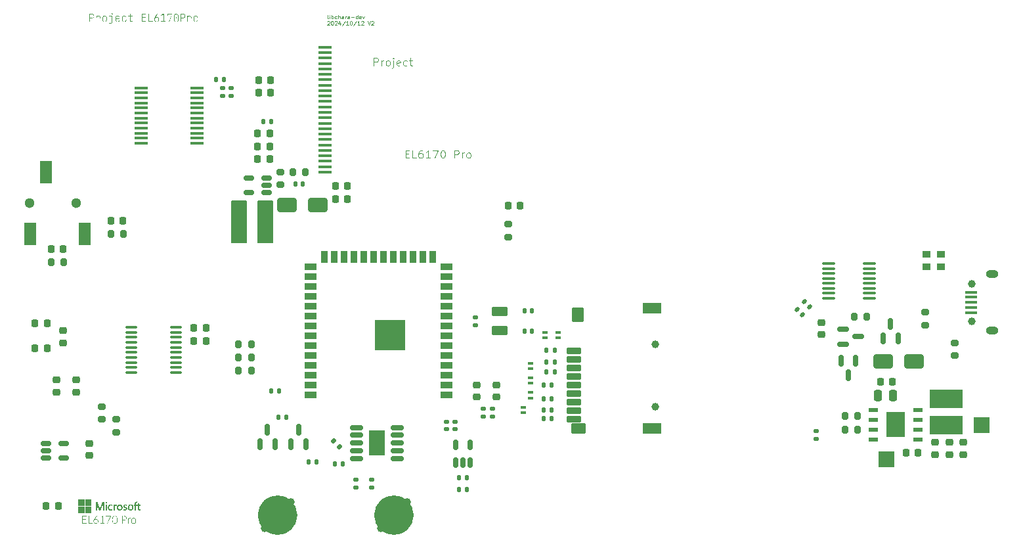
<source format=gbr>
%TF.GenerationSoftware,KiCad,Pcbnew,8.0.5-8.0.5-0~ubuntu24.04.1*%
%TF.CreationDate,2024-10-12T04:07:32+08:00*%
%TF.ProjectId,EL6170_Pro_Max_Plus,454c3631-3730-45f5-9072-6f5f4d61785f,rev?*%
%TF.SameCoordinates,Original*%
%TF.FileFunction,Soldermask,Top*%
%TF.FilePolarity,Negative*%
%FSLAX46Y46*%
G04 Gerber Fmt 4.6, Leading zero omitted, Abs format (unit mm)*
G04 Created by KiCad (PCBNEW 8.0.5-8.0.5-0~ubuntu24.04.1) date 2024-10-12 04:07:32*
%MOMM*%
%LPD*%
G01*
G04 APERTURE LIST*
G04 Aperture macros list*
%AMRoundRect*
0 Rectangle with rounded corners*
0 $1 Rounding radius*
0 $2 $3 $4 $5 $6 $7 $8 $9 X,Y pos of 4 corners*
0 Add a 4 corners polygon primitive as box body*
4,1,4,$2,$3,$4,$5,$6,$7,$8,$9,$2,$3,0*
0 Add four circle primitives for the rounded corners*
1,1,$1+$1,$2,$3*
1,1,$1+$1,$4,$5*
1,1,$1+$1,$6,$7*
1,1,$1+$1,$8,$9*
0 Add four rect primitives between the rounded corners*
20,1,$1+$1,$2,$3,$4,$5,0*
20,1,$1+$1,$4,$5,$6,$7,0*
20,1,$1+$1,$6,$7,$8,$9,0*
20,1,$1+$1,$8,$9,$2,$3,0*%
G04 Aperture macros list end*
%ADD10C,0.100000*%
%ADD11C,0.150000*%
%ADD12C,0.040000*%
%ADD13C,0.000000*%
%ADD14C,2.550000*%
%ADD15RoundRect,0.140000X0.140000X0.170000X-0.140000X0.170000X-0.140000X-0.170000X0.140000X-0.170000X0*%
%ADD16RoundRect,0.135000X0.135000X0.185000X-0.135000X0.185000X-0.135000X-0.185000X0.135000X-0.185000X0*%
%ADD17RoundRect,0.200000X0.200000X0.275000X-0.200000X0.275000X-0.200000X-0.275000X0.200000X-0.275000X0*%
%ADD18RoundRect,0.140000X0.219203X0.021213X0.021213X0.219203X-0.219203X-0.021213X-0.021213X-0.219203X0*%
%ADD19RoundRect,0.150000X0.150000X-0.587500X0.150000X0.587500X-0.150000X0.587500X-0.150000X-0.587500X0*%
%ADD20RoundRect,0.225000X0.225000X0.250000X-0.225000X0.250000X-0.225000X-0.250000X0.225000X-0.250000X0*%
%ADD21RoundRect,0.140000X-0.170000X0.140000X-0.170000X-0.140000X0.170000X-0.140000X0.170000X0.140000X0*%
%ADD22RoundRect,0.200000X-0.275000X0.200000X-0.275000X-0.200000X0.275000X-0.200000X0.275000X0.200000X0*%
%ADD23RoundRect,0.100000X-0.637500X-0.100000X0.637500X-0.100000X0.637500X0.100000X-0.637500X0.100000X0*%
%ADD24RoundRect,0.225000X-0.225000X-0.250000X0.225000X-0.250000X0.225000X0.250000X-0.225000X0.250000X0*%
%ADD25RoundRect,0.135000X-0.185000X0.135000X-0.185000X-0.135000X0.185000X-0.135000X0.185000X0.135000X0*%
%ADD26RoundRect,0.225000X0.250000X-0.225000X0.250000X0.225000X-0.250000X0.225000X-0.250000X-0.225000X0*%
%ADD27RoundRect,0.140000X-0.140000X-0.170000X0.140000X-0.170000X0.140000X0.170000X-0.140000X0.170000X0*%
%ADD28RoundRect,0.225000X-0.250000X0.225000X-0.250000X-0.225000X0.250000X-0.225000X0.250000X0.225000X0*%
%ADD29C,1.000000*%
%ADD30RoundRect,0.101600X0.800000X0.350000X-0.800000X0.350000X-0.800000X-0.350000X0.800000X-0.350000X0*%
%ADD31RoundRect,0.101600X0.800000X-0.600000X0.800000X0.600000X-0.800000X0.600000X-0.800000X-0.600000X0*%
%ADD32RoundRect,0.101600X1.100000X-0.600000X1.100000X0.600000X-1.100000X0.600000X-1.100000X-0.600000X0*%
%ADD33RoundRect,0.101600X0.700000X-0.800000X0.700000X0.800000X-0.700000X0.800000X-0.700000X-0.800000X0*%
%ADD34RoundRect,0.200000X-0.200000X-0.275000X0.200000X-0.275000X0.200000X0.275000X-0.200000X0.275000X0*%
%ADD35RoundRect,0.135000X-0.135000X-0.185000X0.135000X-0.185000X0.135000X0.185000X-0.135000X0.185000X0*%
%ADD36RoundRect,0.050000X0.300000X-0.150000X0.300000X0.150000X-0.300000X0.150000X-0.300000X-0.150000X0*%
%ADD37RoundRect,0.150000X0.150000X-0.512500X0.150000X0.512500X-0.150000X0.512500X-0.150000X-0.512500X0*%
%ADD38RoundRect,0.135000X0.226274X0.035355X0.035355X0.226274X-0.226274X-0.035355X-0.035355X-0.226274X0*%
%ADD39RoundRect,0.150000X-0.512500X-0.150000X0.512500X-0.150000X0.512500X0.150000X-0.512500X0.150000X0*%
%ADD40R,4.300000X2.400000*%
%ADD41RoundRect,0.050000X-0.300000X0.150000X-0.300000X-0.150000X0.300000X-0.150000X0.300000X0.150000X0*%
%ADD42C,1.300000*%
%ADD43R,1.500000X3.000000*%
%ADD44RoundRect,0.250000X1.000000X0.650000X-1.000000X0.650000X-1.000000X-0.650000X1.000000X-0.650000X0*%
%ADD45RoundRect,0.150000X-0.150000X0.587500X-0.150000X-0.587500X0.150000X-0.587500X0.150000X0.587500X0*%
%ADD46RoundRect,0.150000X-0.587500X-0.150000X0.587500X-0.150000X0.587500X0.150000X-0.587500X0.150000X0*%
%ADD47RoundRect,0.140000X0.170000X-0.140000X0.170000X0.140000X-0.170000X0.140000X-0.170000X-0.140000X0*%
%ADD48R,2.000000X2.000000*%
%ADD49R,1.600000X0.400000*%
%ADD50O,1.600000X1.000000*%
%ADD51R,1.000000X0.900000*%
%ADD52RoundRect,0.150000X0.687500X0.150000X-0.687500X0.150000X-0.687500X-0.150000X0.687500X-0.150000X0*%
%ADD53R,2.100000X3.300000*%
%ADD54RoundRect,0.100000X-0.712500X-0.100000X0.712500X-0.100000X0.712500X0.100000X-0.712500X0.100000X0*%
%ADD55RoundRect,0.200000X0.275000X-0.200000X0.275000X0.200000X-0.275000X0.200000X-0.275000X-0.200000X0*%
%ADD56RoundRect,0.250000X-1.000000X-0.650000X1.000000X-0.650000X1.000000X0.650000X-1.000000X0.650000X0*%
%ADD57RoundRect,0.101600X0.950000X-2.650000X0.950000X2.650000X-0.950000X2.650000X-0.950000X-2.650000X0*%
%ADD58R,1.750000X0.450000*%
%ADD59RoundRect,0.218750X-0.218750X-0.256250X0.218750X-0.256250X0.218750X0.256250X-0.218750X0.256250X0*%
%ADD60R,1.500000X0.900000*%
%ADD61R,0.900000X1.500000*%
%ADD62C,0.600000*%
%ADD63R,3.900000X3.900000*%
%ADD64RoundRect,0.135000X0.185000X-0.135000X0.185000X0.135000X-0.185000X0.135000X-0.185000X-0.135000X0*%
%ADD65R,1.800000X0.400000*%
%ADD66R,1.200000X0.600000*%
%ADD67R,2.400000X3.300000*%
%ADD68RoundRect,0.150000X0.512500X0.150000X-0.512500X0.150000X-0.512500X-0.150000X0.512500X-0.150000X0*%
%ADD69RoundRect,0.250000X-0.250000X-0.475000X0.250000X-0.475000X0.250000X0.475000X-0.250000X0.475000X0*%
%ADD70RoundRect,0.101600X0.900000X-0.500000X0.900000X0.500000X-0.900000X0.500000X-0.900000X-0.500000X0*%
G04 APERTURE END LIST*
D10*
X138403884Y-70072419D02*
X138403884Y-69072419D01*
X138403884Y-69072419D02*
X138784836Y-69072419D01*
X138784836Y-69072419D02*
X138880074Y-69120038D01*
X138880074Y-69120038D02*
X138927693Y-69167657D01*
X138927693Y-69167657D02*
X138975312Y-69262895D01*
X138975312Y-69262895D02*
X138975312Y-69405752D01*
X138975312Y-69405752D02*
X138927693Y-69500990D01*
X138927693Y-69500990D02*
X138880074Y-69548609D01*
X138880074Y-69548609D02*
X138784836Y-69596228D01*
X138784836Y-69596228D02*
X138403884Y-69596228D01*
X139403884Y-70072419D02*
X139403884Y-69405752D01*
X139403884Y-69596228D02*
X139451503Y-69500990D01*
X139451503Y-69500990D02*
X139499122Y-69453371D01*
X139499122Y-69453371D02*
X139594360Y-69405752D01*
X139594360Y-69405752D02*
X139689598Y-69405752D01*
X140165789Y-70072419D02*
X140070551Y-70024800D01*
X140070551Y-70024800D02*
X140022932Y-69977180D01*
X140022932Y-69977180D02*
X139975313Y-69881942D01*
X139975313Y-69881942D02*
X139975313Y-69596228D01*
X139975313Y-69596228D02*
X140022932Y-69500990D01*
X140022932Y-69500990D02*
X140070551Y-69453371D01*
X140070551Y-69453371D02*
X140165789Y-69405752D01*
X140165789Y-69405752D02*
X140308646Y-69405752D01*
X140308646Y-69405752D02*
X140403884Y-69453371D01*
X140403884Y-69453371D02*
X140451503Y-69500990D01*
X140451503Y-69500990D02*
X140499122Y-69596228D01*
X140499122Y-69596228D02*
X140499122Y-69881942D01*
X140499122Y-69881942D02*
X140451503Y-69977180D01*
X140451503Y-69977180D02*
X140403884Y-70024800D01*
X140403884Y-70024800D02*
X140308646Y-70072419D01*
X140308646Y-70072419D02*
X140165789Y-70072419D01*
X140927694Y-69405752D02*
X140927694Y-70262895D01*
X140927694Y-70262895D02*
X140880075Y-70358133D01*
X140880075Y-70358133D02*
X140784837Y-70405752D01*
X140784837Y-70405752D02*
X140737218Y-70405752D01*
X140927694Y-69072419D02*
X140880075Y-69120038D01*
X140880075Y-69120038D02*
X140927694Y-69167657D01*
X140927694Y-69167657D02*
X140975313Y-69120038D01*
X140975313Y-69120038D02*
X140927694Y-69072419D01*
X140927694Y-69072419D02*
X140927694Y-69167657D01*
X141784836Y-70024800D02*
X141689598Y-70072419D01*
X141689598Y-70072419D02*
X141499122Y-70072419D01*
X141499122Y-70072419D02*
X141403884Y-70024800D01*
X141403884Y-70024800D02*
X141356265Y-69929561D01*
X141356265Y-69929561D02*
X141356265Y-69548609D01*
X141356265Y-69548609D02*
X141403884Y-69453371D01*
X141403884Y-69453371D02*
X141499122Y-69405752D01*
X141499122Y-69405752D02*
X141689598Y-69405752D01*
X141689598Y-69405752D02*
X141784836Y-69453371D01*
X141784836Y-69453371D02*
X141832455Y-69548609D01*
X141832455Y-69548609D02*
X141832455Y-69643847D01*
X141832455Y-69643847D02*
X141356265Y-69739085D01*
X142689598Y-70024800D02*
X142594360Y-70072419D01*
X142594360Y-70072419D02*
X142403884Y-70072419D01*
X142403884Y-70072419D02*
X142308646Y-70024800D01*
X142308646Y-70024800D02*
X142261027Y-69977180D01*
X142261027Y-69977180D02*
X142213408Y-69881942D01*
X142213408Y-69881942D02*
X142213408Y-69596228D01*
X142213408Y-69596228D02*
X142261027Y-69500990D01*
X142261027Y-69500990D02*
X142308646Y-69453371D01*
X142308646Y-69453371D02*
X142403884Y-69405752D01*
X142403884Y-69405752D02*
X142594360Y-69405752D01*
X142594360Y-69405752D02*
X142689598Y-69453371D01*
X142975313Y-69405752D02*
X143356265Y-69405752D01*
X143118170Y-69072419D02*
X143118170Y-69929561D01*
X143118170Y-69929561D02*
X143165789Y-70024800D01*
X143165789Y-70024800D02*
X143261027Y-70072419D01*
X143261027Y-70072419D02*
X143356265Y-70072419D01*
D11*
G36*
X102113684Y-63401999D02*
G01*
X102164886Y-63413044D01*
X102210830Y-63431451D01*
X102256896Y-63461505D01*
X102272400Y-63475254D01*
X102307556Y-63516882D01*
X102332667Y-63564830D01*
X102346400Y-63611969D01*
X102352442Y-63663946D01*
X102352756Y-63679685D01*
X102348876Y-63733045D01*
X102337235Y-63781566D01*
X102314429Y-63831094D01*
X102281487Y-63874302D01*
X102271667Y-63884117D01*
X102227948Y-63917776D01*
X102177634Y-63941819D01*
X102128199Y-63954967D01*
X102073716Y-63960753D01*
X102057222Y-63961053D01*
X101825191Y-63961053D01*
X101825191Y-64430000D01*
X101754849Y-64430000D01*
X101754849Y-63898527D01*
X101825191Y-63898527D01*
X102057222Y-63898527D01*
X102105933Y-63894833D01*
X102154566Y-63881846D01*
X102200944Y-63856448D01*
X102221109Y-63839420D01*
X102253438Y-63798319D01*
X102273793Y-63749203D01*
X102281875Y-63698147D01*
X102282414Y-63679685D01*
X102277623Y-63625834D01*
X102263249Y-63578861D01*
X102236038Y-63534735D01*
X102221842Y-63519462D01*
X102179739Y-63488550D01*
X102129144Y-63469087D01*
X102076349Y-63461359D01*
X102057222Y-63460844D01*
X101825191Y-63460844D01*
X101825191Y-63898527D01*
X101754849Y-63898527D01*
X101754849Y-63398318D01*
X102057222Y-63398318D01*
X102113684Y-63401999D01*
G37*
G36*
X102624842Y-64430000D02*
G01*
X102624842Y-63648422D01*
X102695184Y-63648422D01*
X102695184Y-63773475D01*
X102716296Y-63728034D01*
X102748780Y-63687876D01*
X102770411Y-63670160D01*
X102817347Y-63645965D01*
X102867900Y-63634579D01*
X102900593Y-63632791D01*
X102953453Y-63636274D01*
X103006194Y-63648784D01*
X103050753Y-63670391D01*
X103091102Y-63705575D01*
X103121445Y-63751269D01*
X103140080Y-63799866D01*
X103149949Y-63848549D01*
X103153811Y-63902982D01*
X103153872Y-63911228D01*
X103153872Y-63982547D01*
X103083531Y-63982547D01*
X103083531Y-63911472D01*
X103080447Y-63861952D01*
X103069606Y-63813686D01*
X103048407Y-63769303D01*
X103034193Y-63750760D01*
X102994930Y-63719194D01*
X102944641Y-63700731D01*
X102895296Y-63695371D01*
X102889357Y-63695317D01*
X102839823Y-63699934D01*
X102792988Y-63715896D01*
X102751441Y-63746622D01*
X102745010Y-63753691D01*
X102716642Y-63799370D01*
X102701072Y-63850813D01*
X102695379Y-63905188D01*
X102695184Y-63918311D01*
X102695184Y-64430000D01*
X102624842Y-64430000D01*
G37*
G36*
X103752874Y-63636507D02*
G01*
X103806791Y-63649857D01*
X103854357Y-63672915D01*
X103895573Y-63705682D01*
X103900279Y-63710460D01*
X103932870Y-63752561D01*
X103956149Y-63801196D01*
X103968880Y-63849111D01*
X103974482Y-63902029D01*
X103974773Y-63918066D01*
X103974773Y-64160355D01*
X103971208Y-64214702D01*
X103960514Y-64264046D01*
X103939563Y-64314314D01*
X103909299Y-64358049D01*
X103900279Y-64367962D01*
X103859856Y-64401942D01*
X103813084Y-64426214D01*
X103759961Y-64440777D01*
X103708269Y-64445555D01*
X103700488Y-64445631D01*
X103648638Y-64441914D01*
X103595076Y-64428565D01*
X103547590Y-64405507D01*
X103506179Y-64372740D01*
X103501430Y-64367962D01*
X103468518Y-64325860D01*
X103445010Y-64277226D01*
X103432154Y-64229311D01*
X103426497Y-64176393D01*
X103426203Y-64160355D01*
X103426203Y-63918066D01*
X103426219Y-63917822D01*
X103496545Y-63917822D01*
X103496545Y-64160600D01*
X103499888Y-64210425D01*
X103511641Y-64259472D01*
X103534625Y-64305268D01*
X103550034Y-64324731D01*
X103591945Y-64357965D01*
X103638962Y-64376207D01*
X103688537Y-64382877D01*
X103700488Y-64383105D01*
X103751592Y-64378487D01*
X103800307Y-64362526D01*
X103844086Y-64331800D01*
X103850942Y-64324731D01*
X103879149Y-64283515D01*
X103896909Y-64233140D01*
X103903961Y-64179971D01*
X103904431Y-64160600D01*
X103904431Y-63917822D01*
X103901042Y-63868012D01*
X103889128Y-63819019D01*
X103865829Y-63773328D01*
X103850209Y-63753935D01*
X103808164Y-63720562D01*
X103761376Y-63702244D01*
X103712293Y-63695546D01*
X103700488Y-63695317D01*
X103649917Y-63699954D01*
X103601431Y-63715982D01*
X103557463Y-63746837D01*
X103550523Y-63753935D01*
X103522058Y-63795022D01*
X103504136Y-63845316D01*
X103497020Y-63898453D01*
X103496545Y-63917822D01*
X103426219Y-63917822D01*
X103429803Y-63863720D01*
X103440602Y-63814376D01*
X103461760Y-63764108D01*
X103492321Y-63720373D01*
X103501430Y-63710460D01*
X103542081Y-63676480D01*
X103588808Y-63652208D01*
X103641610Y-63637645D01*
X103692796Y-63632867D01*
X103700488Y-63632791D01*
X103752874Y-63636507D01*
G37*
G36*
X104272505Y-64680104D02*
G01*
X104272505Y-64617578D01*
X104435659Y-64617578D01*
X104488005Y-64613366D01*
X104537150Y-64598807D01*
X104580244Y-64570781D01*
X104586845Y-64564333D01*
X104616047Y-64522440D01*
X104632076Y-64474889D01*
X104637936Y-64424385D01*
X104638136Y-64412170D01*
X104638136Y-63710949D01*
X104265422Y-63710949D01*
X104265422Y-63648422D01*
X104708478Y-63648422D01*
X104708478Y-64411681D01*
X104705042Y-64464106D01*
X104692700Y-64517637D01*
X104671382Y-64564360D01*
X104641089Y-64604275D01*
X104636671Y-64608785D01*
X104597271Y-64639987D01*
X104550636Y-64662274D01*
X104496765Y-64675647D01*
X104443693Y-64680035D01*
X104435659Y-64680104D01*
X104272505Y-64680104D01*
G37*
G36*
X104652302Y-63492107D02*
G01*
X104603704Y-63479138D01*
X104593196Y-63470858D01*
X104571515Y-63426741D01*
X104570725Y-63413949D01*
X104585559Y-63365751D01*
X104593196Y-63357285D01*
X104639062Y-63336547D01*
X104652302Y-63335792D01*
X104700900Y-63348910D01*
X104711409Y-63357285D01*
X104733089Y-63401167D01*
X104733879Y-63413949D01*
X104719046Y-63462308D01*
X104711409Y-63470858D01*
X104665543Y-63491360D01*
X104652302Y-63492107D01*
G37*
G36*
X105433718Y-63636519D02*
G01*
X105481717Y-63647704D01*
X105530046Y-63669617D01*
X105571415Y-63701269D01*
X105580669Y-63710704D01*
X105612406Y-63752943D01*
X105635075Y-63801746D01*
X105647472Y-63849833D01*
X105652926Y-63902945D01*
X105653210Y-63919043D01*
X105653210Y-64054842D01*
X105174982Y-64054842D01*
X105174982Y-64161332D01*
X105179213Y-64215536D01*
X105191906Y-64263016D01*
X105215935Y-64307886D01*
X105228471Y-64323510D01*
X105266291Y-64354937D01*
X105312888Y-64374724D01*
X105362330Y-64382581D01*
X105380390Y-64383105D01*
X105431487Y-64378574D01*
X105480448Y-64363295D01*
X105512526Y-64344759D01*
X105549012Y-64308728D01*
X105571551Y-64263346D01*
X105577250Y-64239246D01*
X105647592Y-64239246D01*
X105633823Y-64289697D01*
X105611476Y-64333888D01*
X105580552Y-64371820D01*
X105559665Y-64390188D01*
X105516748Y-64416989D01*
X105467959Y-64435019D01*
X105419660Y-64443682D01*
X105380390Y-64445631D01*
X105326445Y-64441914D01*
X105277875Y-64430765D01*
X105228950Y-64408920D01*
X105187047Y-64377367D01*
X105177669Y-64367962D01*
X105145719Y-64325860D01*
X105122897Y-64277226D01*
X105110417Y-64229311D01*
X105104925Y-64176393D01*
X105104640Y-64160355D01*
X105104640Y-63918066D01*
X105174982Y-63918066D01*
X105174982Y-63992316D01*
X105582868Y-63992316D01*
X105582868Y-63918066D01*
X105578694Y-63863627D01*
X105566175Y-63815988D01*
X105542476Y-63771032D01*
X105530111Y-63755401D01*
X105492821Y-63723716D01*
X105446897Y-63703766D01*
X105398183Y-63695845D01*
X105380390Y-63695317D01*
X105328578Y-63700012D01*
X105279348Y-63716241D01*
X105238895Y-63744061D01*
X105228471Y-63754668D01*
X105200264Y-63796022D01*
X105182504Y-63846202D01*
X105175452Y-63898909D01*
X105174982Y-63918066D01*
X105104640Y-63918066D01*
X105108170Y-63863720D01*
X105118758Y-63814376D01*
X105139504Y-63764108D01*
X105169469Y-63720373D01*
X105178401Y-63710460D01*
X105218778Y-63676480D01*
X105265901Y-63652208D01*
X105319772Y-63637645D01*
X105372444Y-63632867D01*
X105380390Y-63632791D01*
X105433718Y-63636519D01*
G37*
G36*
X106230844Y-64445631D02*
G01*
X106177399Y-64441914D01*
X106129050Y-64430765D01*
X106080033Y-64408920D01*
X106037673Y-64377367D01*
X106028122Y-64367962D01*
X105995531Y-64325860D01*
X105972252Y-64277226D01*
X105959521Y-64229311D01*
X105953919Y-64176393D01*
X105953628Y-64160355D01*
X105953628Y-63918066D01*
X105957228Y-63863720D01*
X105968027Y-63814376D01*
X105989185Y-63764108D01*
X106019746Y-63720373D01*
X106028855Y-63710460D01*
X106069689Y-63676480D01*
X106116966Y-63652208D01*
X106170684Y-63637645D01*
X106222972Y-63632867D01*
X106230844Y-63632791D01*
X106284312Y-63636297D01*
X106332731Y-63646816D01*
X106381885Y-63667424D01*
X106424445Y-63697191D01*
X106434054Y-63706064D01*
X106466966Y-63745845D01*
X106490474Y-63791915D01*
X106504579Y-63844275D01*
X106509207Y-63895248D01*
X106509281Y-63902923D01*
X106438939Y-63902923D01*
X106434534Y-63851251D01*
X106419307Y-63801859D01*
X106389995Y-63757279D01*
X106383251Y-63750272D01*
X106340228Y-63718984D01*
X106292601Y-63701811D01*
X106242802Y-63695532D01*
X106230844Y-63695317D01*
X106180157Y-63699934D01*
X106131270Y-63715896D01*
X106090207Y-63743259D01*
X106079413Y-63753691D01*
X106050176Y-63794602D01*
X106031767Y-63844672D01*
X106024457Y-63897565D01*
X106023970Y-63916845D01*
X106023970Y-64161577D01*
X106027435Y-64210578D01*
X106039618Y-64259062D01*
X106063441Y-64304686D01*
X106079413Y-64324242D01*
X106118130Y-64355283D01*
X106164669Y-64374827D01*
X106213244Y-64382588D01*
X106230844Y-64383105D01*
X106282102Y-64378739D01*
X106331351Y-64363645D01*
X106376159Y-64334590D01*
X106383251Y-64327906D01*
X106414956Y-64284940D01*
X106432359Y-64237466D01*
X106438721Y-64187886D01*
X106438939Y-64175987D01*
X106509281Y-64175987D01*
X106505681Y-64227637D01*
X106492751Y-64280741D01*
X106470418Y-64327525D01*
X106438682Y-64367989D01*
X106434054Y-64372602D01*
X106393143Y-64404552D01*
X106345638Y-64427374D01*
X106291538Y-64441067D01*
X106238791Y-64445560D01*
X106230844Y-64445631D01*
G37*
G36*
X107134787Y-64430000D02*
G01*
X107083429Y-64425563D01*
X107036302Y-64410435D01*
X106998988Y-64384570D01*
X106970262Y-64344511D01*
X106955578Y-64297591D01*
X106951849Y-64251946D01*
X106951849Y-63710949D01*
X106722505Y-63710949D01*
X106722505Y-63648422D01*
X106951849Y-63648422D01*
X106951849Y-63429581D01*
X107022191Y-63429581D01*
X107022191Y-63648422D01*
X107345812Y-63648422D01*
X107345812Y-63710949D01*
X107022191Y-63710949D01*
X107022191Y-64253412D01*
X107029228Y-64303314D01*
X107057817Y-64345641D01*
X107108397Y-64365691D01*
X107134787Y-64367473D01*
X107338729Y-64367473D01*
X107338729Y-64430000D01*
X107134787Y-64430000D01*
G37*
G36*
X108482519Y-64430000D02*
G01*
X108482519Y-63398318D01*
X109031332Y-63398318D01*
X109031332Y-63460844D01*
X108552861Y-63460844D01*
X108552861Y-63851632D01*
X108981995Y-63851632D01*
X108981995Y-63914159D01*
X108552861Y-63914159D01*
X108552861Y-64367473D01*
X109031332Y-64367473D01*
X109031332Y-64430000D01*
X108482519Y-64430000D01*
G37*
G36*
X109349825Y-64430000D02*
G01*
X109349825Y-63398318D01*
X109420167Y-63398318D01*
X109420167Y-64367473D01*
X109919644Y-64367473D01*
X109919644Y-64430000D01*
X109349825Y-64430000D01*
G37*
G36*
X110242533Y-63882163D02*
G01*
X110248150Y-63886315D01*
X110286447Y-63852216D01*
X110320690Y-63831849D01*
X110369216Y-63813316D01*
X110420807Y-63805400D01*
X110442323Y-63804738D01*
X110493137Y-63808673D01*
X110544404Y-63822094D01*
X110590823Y-63845038D01*
X110631498Y-63876357D01*
X110665535Y-63915238D01*
X110690718Y-63957145D01*
X110709652Y-64004267D01*
X110721573Y-64055873D01*
X110726306Y-64106152D01*
X110726622Y-64123719D01*
X110723492Y-64175286D01*
X110714103Y-64223376D01*
X110696328Y-64272730D01*
X110687055Y-64291270D01*
X110659449Y-64333530D01*
X110625784Y-64369637D01*
X110586061Y-64399590D01*
X110577390Y-64404842D01*
X110531232Y-64426352D01*
X110480685Y-64439895D01*
X110431440Y-64445273D01*
X110414235Y-64445631D01*
X110363806Y-64442385D01*
X110311942Y-64431165D01*
X110264468Y-64411931D01*
X110251081Y-64404598D01*
X110210123Y-64375780D01*
X110175175Y-64340618D01*
X110146238Y-64299111D01*
X110141172Y-64290048D01*
X110120435Y-64241753D01*
X110107379Y-64189069D01*
X110102194Y-64137901D01*
X110101948Y-64125184D01*
X110172191Y-64125184D01*
X110174959Y-64175386D01*
X110186207Y-64225544D01*
X110200279Y-64260006D01*
X110228564Y-64303280D01*
X110265394Y-64337847D01*
X110285275Y-64350865D01*
X110333423Y-64371739D01*
X110383020Y-64381562D01*
X110414235Y-64383105D01*
X110465687Y-64378571D01*
X110515999Y-64363427D01*
X110540753Y-64350865D01*
X110581333Y-64320316D01*
X110613769Y-64281061D01*
X110625994Y-64260006D01*
X110644450Y-64213455D01*
X110654387Y-64162096D01*
X110656280Y-64125184D01*
X110652701Y-64074264D01*
X110640634Y-64023980D01*
X110625994Y-63989874D01*
X110597315Y-63946916D01*
X110560494Y-63912504D01*
X110540753Y-63899504D01*
X110493479Y-63878630D01*
X110444833Y-63868807D01*
X110414235Y-63867264D01*
X110362853Y-63871798D01*
X110312770Y-63886942D01*
X110288206Y-63899504D01*
X110248259Y-63929972D01*
X110216132Y-63968985D01*
X110203942Y-63989874D01*
X110185281Y-64036036D01*
X110174725Y-64087693D01*
X110172191Y-64125184D01*
X110101948Y-64125184D01*
X110101849Y-64120055D01*
X110105318Y-64070333D01*
X110115725Y-64020816D01*
X110126517Y-63987920D01*
X110146702Y-63938564D01*
X110168161Y-63893502D01*
X110187822Y-63856762D01*
X110450872Y-63398318D01*
X110530983Y-63398318D01*
X110242533Y-63882163D01*
G37*
G36*
X110972086Y-64430000D02*
G01*
X110972086Y-64367473D01*
X111263224Y-64367473D01*
X111263224Y-63470369D01*
X110983321Y-63675045D01*
X110983321Y-63596643D01*
X111240753Y-63398318D01*
X111333565Y-63398318D01*
X111333565Y-64367473D01*
X111577076Y-64367473D01*
X111577076Y-64430000D01*
X110972086Y-64430000D01*
G37*
G36*
X111961758Y-64430000D02*
G01*
X112351570Y-63460844D01*
X111867480Y-63460844D01*
X111867480Y-63680174D01*
X111797138Y-63680174D01*
X111797138Y-63398318D01*
X112423377Y-63398318D01*
X112423377Y-63468415D01*
X112039183Y-64430000D01*
X111961758Y-64430000D01*
G37*
G36*
X112979494Y-63864470D02*
G01*
X112983182Y-63867264D01*
X113002233Y-63913426D01*
X112983182Y-63959832D01*
X112935869Y-63976619D01*
X112931891Y-63976685D01*
X112884896Y-63962844D01*
X112881088Y-63959832D01*
X112861549Y-63913426D01*
X112881088Y-63867264D01*
X112928057Y-63851693D01*
X112931891Y-63851632D01*
X112979494Y-63864470D01*
G37*
G36*
X112988547Y-63386625D02*
G01*
X113038503Y-63398441D01*
X113083222Y-63418134D01*
X113127918Y-63450286D01*
X113142916Y-63464996D01*
X113173085Y-63503693D01*
X113195844Y-63547977D01*
X113211193Y-63597847D01*
X113219132Y-63653303D01*
X113220341Y-63687501D01*
X113220341Y-64140816D01*
X113217619Y-64191437D01*
X113207563Y-64245329D01*
X113190097Y-64293659D01*
X113165222Y-64336424D01*
X113142916Y-64363565D01*
X113100785Y-64399469D01*
X113051814Y-64425115D01*
X113003355Y-64439140D01*
X112949659Y-64445310D01*
X112933356Y-64445631D01*
X112877559Y-64441704D01*
X112827068Y-64429923D01*
X112781882Y-64410288D01*
X112736739Y-64378231D01*
X112721598Y-64363565D01*
X112691144Y-64324773D01*
X112668169Y-64280418D01*
X112652675Y-64230499D01*
X112644661Y-64175018D01*
X112643440Y-64140816D01*
X112643440Y-63687501D01*
X112713782Y-63687501D01*
X112713782Y-64140816D01*
X112717476Y-64193832D01*
X112730463Y-64246505D01*
X112752801Y-64291797D01*
X112772889Y-64317892D01*
X112813957Y-64352282D01*
X112863277Y-64373934D01*
X112914722Y-64382532D01*
X112933356Y-64383105D01*
X112986263Y-64377946D01*
X113032601Y-64362471D01*
X113076383Y-64333176D01*
X113091625Y-64317892D01*
X113119843Y-64277520D01*
X113138826Y-64229767D01*
X113147947Y-64181125D01*
X113150000Y-64140816D01*
X113150000Y-63687501D01*
X113146351Y-63634485D01*
X113133525Y-63581813D01*
X113111464Y-63536520D01*
X113091625Y-63510425D01*
X113051087Y-63476036D01*
X113002439Y-63454383D01*
X112951722Y-63445785D01*
X112933356Y-63445212D01*
X112879683Y-63450371D01*
X112832695Y-63465846D01*
X112788325Y-63495141D01*
X112772889Y-63510425D01*
X112744316Y-63550798D01*
X112725095Y-63598550D01*
X112715860Y-63647193D01*
X112713782Y-63687501D01*
X112643440Y-63687501D01*
X112646188Y-63636889D01*
X112656339Y-63583028D01*
X112673970Y-63534754D01*
X112699081Y-63492067D01*
X112721598Y-63464996D01*
X112758445Y-63432924D01*
X112807053Y-63405916D01*
X112855270Y-63390724D01*
X112908793Y-63383410D01*
X112933356Y-63382686D01*
X112988547Y-63386625D01*
G37*
G36*
X113862742Y-63401999D02*
G01*
X113913944Y-63413044D01*
X113959888Y-63431451D01*
X114005954Y-63461505D01*
X114021458Y-63475254D01*
X114056614Y-63516882D01*
X114081725Y-63564830D01*
X114095458Y-63611969D01*
X114101500Y-63663946D01*
X114101814Y-63679685D01*
X114097934Y-63733045D01*
X114086293Y-63781566D01*
X114063487Y-63831094D01*
X114030545Y-63874302D01*
X114020725Y-63884117D01*
X113977006Y-63917776D01*
X113926692Y-63941819D01*
X113877257Y-63954967D01*
X113822774Y-63960753D01*
X113806280Y-63961053D01*
X113574249Y-63961053D01*
X113574249Y-64430000D01*
X113503907Y-64430000D01*
X113503907Y-63898527D01*
X113574249Y-63898527D01*
X113806280Y-63898527D01*
X113854991Y-63894833D01*
X113903624Y-63881846D01*
X113950001Y-63856448D01*
X113970167Y-63839420D01*
X114002496Y-63798319D01*
X114022851Y-63749203D01*
X114030933Y-63698147D01*
X114031472Y-63679685D01*
X114026681Y-63625834D01*
X114012307Y-63578861D01*
X113985096Y-63534735D01*
X113970900Y-63519462D01*
X113928796Y-63488550D01*
X113878202Y-63469087D01*
X113825407Y-63461359D01*
X113806280Y-63460844D01*
X113574249Y-63460844D01*
X113574249Y-63898527D01*
X113503907Y-63898527D01*
X113503907Y-63398318D01*
X113806280Y-63398318D01*
X113862742Y-63401999D01*
G37*
G36*
X114373900Y-64430000D02*
G01*
X114373900Y-63648422D01*
X114444242Y-63648422D01*
X114444242Y-63773475D01*
X114465354Y-63728034D01*
X114497837Y-63687876D01*
X114519469Y-63670160D01*
X114566405Y-63645965D01*
X114616958Y-63634579D01*
X114649651Y-63632791D01*
X114702511Y-63636274D01*
X114755252Y-63648784D01*
X114799811Y-63670391D01*
X114840160Y-63705575D01*
X114870503Y-63751269D01*
X114889138Y-63799866D01*
X114899007Y-63848549D01*
X114902869Y-63902982D01*
X114902930Y-63911228D01*
X114902930Y-63982547D01*
X114832588Y-63982547D01*
X114832588Y-63911472D01*
X114829505Y-63861952D01*
X114818664Y-63813686D01*
X114797465Y-63769303D01*
X114783251Y-63750760D01*
X114743988Y-63719194D01*
X114693699Y-63700731D01*
X114644354Y-63695371D01*
X114638415Y-63695317D01*
X114588881Y-63699934D01*
X114542046Y-63715896D01*
X114500499Y-63746622D01*
X114494068Y-63753691D01*
X114465700Y-63799370D01*
X114450130Y-63850813D01*
X114444437Y-63905188D01*
X114444242Y-63918311D01*
X114444242Y-64430000D01*
X114373900Y-64430000D01*
G37*
G36*
X115501932Y-63636507D02*
G01*
X115555849Y-63649857D01*
X115603415Y-63672915D01*
X115644631Y-63705682D01*
X115649337Y-63710460D01*
X115681928Y-63752561D01*
X115705207Y-63801196D01*
X115717938Y-63849111D01*
X115723540Y-63902029D01*
X115723831Y-63918066D01*
X115723831Y-64160355D01*
X115720266Y-64214702D01*
X115709572Y-64264046D01*
X115688621Y-64314314D01*
X115658357Y-64358049D01*
X115649337Y-64367962D01*
X115608914Y-64401942D01*
X115562142Y-64426214D01*
X115509019Y-64440777D01*
X115457327Y-64445555D01*
X115449546Y-64445631D01*
X115397696Y-64441914D01*
X115344134Y-64428565D01*
X115296648Y-64405507D01*
X115255237Y-64372740D01*
X115250488Y-64367962D01*
X115217576Y-64325860D01*
X115194068Y-64277226D01*
X115181212Y-64229311D01*
X115175555Y-64176393D01*
X115175261Y-64160355D01*
X115175261Y-63918066D01*
X115175277Y-63917822D01*
X115245603Y-63917822D01*
X115245603Y-64160600D01*
X115248946Y-64210425D01*
X115260699Y-64259472D01*
X115283683Y-64305268D01*
X115299092Y-64324731D01*
X115341003Y-64357965D01*
X115388020Y-64376207D01*
X115437595Y-64382877D01*
X115449546Y-64383105D01*
X115500649Y-64378487D01*
X115549364Y-64362526D01*
X115593144Y-64331800D01*
X115600000Y-64324731D01*
X115628207Y-64283515D01*
X115645967Y-64233140D01*
X115653019Y-64179971D01*
X115653489Y-64160600D01*
X115653489Y-63917822D01*
X115650100Y-63868012D01*
X115638186Y-63819019D01*
X115614887Y-63773328D01*
X115599267Y-63753935D01*
X115557222Y-63720562D01*
X115510434Y-63702244D01*
X115461351Y-63695546D01*
X115449546Y-63695317D01*
X115398975Y-63699954D01*
X115350489Y-63715982D01*
X115306521Y-63746837D01*
X115299581Y-63753935D01*
X115271116Y-63795022D01*
X115253194Y-63845316D01*
X115246078Y-63898453D01*
X115245603Y-63917822D01*
X115175277Y-63917822D01*
X115178861Y-63863720D01*
X115189660Y-63814376D01*
X115210818Y-63764108D01*
X115241378Y-63720373D01*
X115250488Y-63710460D01*
X115291139Y-63676480D01*
X115337866Y-63652208D01*
X115390668Y-63637645D01*
X115441854Y-63632867D01*
X115449546Y-63632791D01*
X115501932Y-63636507D01*
G37*
D10*
X142503884Y-81448609D02*
X142837217Y-81448609D01*
X142980074Y-81972419D02*
X142503884Y-81972419D01*
X142503884Y-81972419D02*
X142503884Y-80972419D01*
X142503884Y-80972419D02*
X142980074Y-80972419D01*
X143884836Y-81972419D02*
X143408646Y-81972419D01*
X143408646Y-81972419D02*
X143408646Y-80972419D01*
X144646741Y-80972419D02*
X144456265Y-80972419D01*
X144456265Y-80972419D02*
X144361027Y-81020038D01*
X144361027Y-81020038D02*
X144313408Y-81067657D01*
X144313408Y-81067657D02*
X144218170Y-81210514D01*
X144218170Y-81210514D02*
X144170551Y-81400990D01*
X144170551Y-81400990D02*
X144170551Y-81781942D01*
X144170551Y-81781942D02*
X144218170Y-81877180D01*
X144218170Y-81877180D02*
X144265789Y-81924800D01*
X144265789Y-81924800D02*
X144361027Y-81972419D01*
X144361027Y-81972419D02*
X144551503Y-81972419D01*
X144551503Y-81972419D02*
X144646741Y-81924800D01*
X144646741Y-81924800D02*
X144694360Y-81877180D01*
X144694360Y-81877180D02*
X144741979Y-81781942D01*
X144741979Y-81781942D02*
X144741979Y-81543847D01*
X144741979Y-81543847D02*
X144694360Y-81448609D01*
X144694360Y-81448609D02*
X144646741Y-81400990D01*
X144646741Y-81400990D02*
X144551503Y-81353371D01*
X144551503Y-81353371D02*
X144361027Y-81353371D01*
X144361027Y-81353371D02*
X144265789Y-81400990D01*
X144265789Y-81400990D02*
X144218170Y-81448609D01*
X144218170Y-81448609D02*
X144170551Y-81543847D01*
X145694360Y-81972419D02*
X145122932Y-81972419D01*
X145408646Y-81972419D02*
X145408646Y-80972419D01*
X145408646Y-80972419D02*
X145313408Y-81115276D01*
X145313408Y-81115276D02*
X145218170Y-81210514D01*
X145218170Y-81210514D02*
X145122932Y-81258133D01*
X146027694Y-80972419D02*
X146694360Y-80972419D01*
X146694360Y-80972419D02*
X146265789Y-81972419D01*
X147265789Y-80972419D02*
X147361027Y-80972419D01*
X147361027Y-80972419D02*
X147456265Y-81020038D01*
X147456265Y-81020038D02*
X147503884Y-81067657D01*
X147503884Y-81067657D02*
X147551503Y-81162895D01*
X147551503Y-81162895D02*
X147599122Y-81353371D01*
X147599122Y-81353371D02*
X147599122Y-81591466D01*
X147599122Y-81591466D02*
X147551503Y-81781942D01*
X147551503Y-81781942D02*
X147503884Y-81877180D01*
X147503884Y-81877180D02*
X147456265Y-81924800D01*
X147456265Y-81924800D02*
X147361027Y-81972419D01*
X147361027Y-81972419D02*
X147265789Y-81972419D01*
X147265789Y-81972419D02*
X147170551Y-81924800D01*
X147170551Y-81924800D02*
X147122932Y-81877180D01*
X147122932Y-81877180D02*
X147075313Y-81781942D01*
X147075313Y-81781942D02*
X147027694Y-81591466D01*
X147027694Y-81591466D02*
X147027694Y-81353371D01*
X147027694Y-81353371D02*
X147075313Y-81162895D01*
X147075313Y-81162895D02*
X147122932Y-81067657D01*
X147122932Y-81067657D02*
X147170551Y-81020038D01*
X147170551Y-81020038D02*
X147265789Y-80972419D01*
X148789599Y-81972419D02*
X148789599Y-80972419D01*
X148789599Y-80972419D02*
X149170551Y-80972419D01*
X149170551Y-80972419D02*
X149265789Y-81020038D01*
X149265789Y-81020038D02*
X149313408Y-81067657D01*
X149313408Y-81067657D02*
X149361027Y-81162895D01*
X149361027Y-81162895D02*
X149361027Y-81305752D01*
X149361027Y-81305752D02*
X149313408Y-81400990D01*
X149313408Y-81400990D02*
X149265789Y-81448609D01*
X149265789Y-81448609D02*
X149170551Y-81496228D01*
X149170551Y-81496228D02*
X148789599Y-81496228D01*
X149789599Y-81972419D02*
X149789599Y-81305752D01*
X149789599Y-81496228D02*
X149837218Y-81400990D01*
X149837218Y-81400990D02*
X149884837Y-81353371D01*
X149884837Y-81353371D02*
X149980075Y-81305752D01*
X149980075Y-81305752D02*
X150075313Y-81305752D01*
X150551504Y-81972419D02*
X150456266Y-81924800D01*
X150456266Y-81924800D02*
X150408647Y-81877180D01*
X150408647Y-81877180D02*
X150361028Y-81781942D01*
X150361028Y-81781942D02*
X150361028Y-81496228D01*
X150361028Y-81496228D02*
X150408647Y-81400990D01*
X150408647Y-81400990D02*
X150456266Y-81353371D01*
X150456266Y-81353371D02*
X150551504Y-81305752D01*
X150551504Y-81305752D02*
X150694361Y-81305752D01*
X150694361Y-81305752D02*
X150789599Y-81353371D01*
X150789599Y-81353371D02*
X150837218Y-81400990D01*
X150837218Y-81400990D02*
X150884837Y-81496228D01*
X150884837Y-81496228D02*
X150884837Y-81781942D01*
X150884837Y-81781942D02*
X150837218Y-81877180D01*
X150837218Y-81877180D02*
X150789599Y-81924800D01*
X150789599Y-81924800D02*
X150694361Y-81972419D01*
X150694361Y-81972419D02*
X150551504Y-81972419D01*
D11*
G36*
X101394940Y-129017473D02*
G01*
X101393475Y-129080000D01*
X100797034Y-129080000D01*
X100797034Y-128079581D01*
X101393475Y-128079581D01*
X101393475Y-128142107D01*
X100869574Y-128142107D01*
X100869574Y-128532896D01*
X101305547Y-128532896D01*
X101305547Y-128595422D01*
X100869574Y-128595422D01*
X100869574Y-129017473D01*
X101394940Y-129017473D01*
G37*
G36*
X102152581Y-129017473D02*
G01*
X102152581Y-129080000D01*
X101608897Y-129080000D01*
X101608897Y-128079581D01*
X101681437Y-128079581D01*
X101681437Y-129017473D01*
X102152581Y-129017473D01*
G37*
G36*
X102462037Y-128471591D02*
G01*
X102432556Y-128511605D01*
X102421981Y-128526301D01*
X102394633Y-128567491D01*
X102389009Y-128576859D01*
X102428285Y-128543059D01*
X102473452Y-128516459D01*
X102487438Y-128510181D01*
X102535450Y-128494525D01*
X102587009Y-128486851D01*
X102612002Y-128486001D01*
X102662343Y-128489508D01*
X102712859Y-128501128D01*
X102729972Y-128507250D01*
X102774517Y-128529162D01*
X102815812Y-128560006D01*
X102823272Y-128567090D01*
X102856152Y-128606688D01*
X102880061Y-128650232D01*
X102884333Y-128660390D01*
X102899527Y-128710786D01*
X102906017Y-128762104D01*
X102906559Y-128783000D01*
X102903159Y-128832448D01*
X102891801Y-128882683D01*
X102882379Y-128908297D01*
X102859548Y-128952194D01*
X102827839Y-128993788D01*
X102814724Y-129007215D01*
X102776737Y-129038126D01*
X102733026Y-129062991D01*
X102710921Y-129072428D01*
X102663957Y-129086567D01*
X102613559Y-129094181D01*
X102578053Y-129095631D01*
X102527529Y-129092437D01*
X102476593Y-129081767D01*
X102450802Y-129072916D01*
X102406669Y-129051196D01*
X102365182Y-129020501D01*
X102351884Y-129007704D01*
X102319533Y-128966751D01*
X102295856Y-128922361D01*
X102288381Y-128903656D01*
X102274688Y-128855262D01*
X102267315Y-128802402D01*
X102266629Y-128783977D01*
X102331367Y-128783977D01*
X102335124Y-128835909D01*
X102346394Y-128884083D01*
X102348464Y-128890223D01*
X102369347Y-128935530D01*
X102397313Y-128974242D01*
X102434978Y-129007269D01*
X102474738Y-129029197D01*
X102523281Y-129043852D01*
X102574003Y-129048717D01*
X102577564Y-129048736D01*
X102628107Y-129044996D01*
X102677280Y-129032689D01*
X102686496Y-129029197D01*
X102731437Y-129005750D01*
X102769050Y-128974975D01*
X102800901Y-128934472D01*
X102821563Y-128892665D01*
X102835301Y-128842962D01*
X102839863Y-128792594D01*
X102839881Y-128789106D01*
X102836421Y-128739585D01*
X102825037Y-128691403D01*
X102821807Y-128682372D01*
X102800252Y-128638408D01*
X102771249Y-128601772D01*
X102732959Y-128570822D01*
X102693335Y-128550725D01*
X102645952Y-128537353D01*
X102597094Y-128532913D01*
X102593684Y-128532896D01*
X102541926Y-128537150D01*
X102492073Y-128551150D01*
X102482798Y-128555122D01*
X102437735Y-128580645D01*
X102400244Y-128612763D01*
X102368981Y-128652958D01*
X102348953Y-128693119D01*
X102335231Y-128741144D01*
X102331367Y-128783977D01*
X102266629Y-128783977D01*
X102265910Y-128764682D01*
X102270788Y-128714317D01*
X102283948Y-128663318D01*
X102295464Y-128631570D01*
X102317631Y-128583422D01*
X102343905Y-128537112D01*
X102372286Y-128493580D01*
X102392428Y-128465240D01*
X102664026Y-128095945D01*
X102699930Y-128079581D01*
X102759036Y-128079581D01*
X102462037Y-128471591D01*
G37*
G36*
X103683251Y-129033105D02*
G01*
X103683251Y-129080000D01*
X103169853Y-129080000D01*
X103169853Y-129033105D01*
X103398464Y-129033105D01*
X103398464Y-128229302D01*
X103400662Y-128178988D01*
X103181088Y-128373161D01*
X103161304Y-128379511D01*
X103145917Y-128370963D01*
X103125645Y-128342875D01*
X103413119Y-128079581D01*
X103465875Y-128079581D01*
X103465875Y-129033105D01*
X103683251Y-129033105D01*
G37*
G36*
X104544452Y-128079581D02*
G01*
X104544452Y-128110111D01*
X104541521Y-128131116D01*
X104535415Y-128146259D01*
X104079413Y-129054598D01*
X104064270Y-129072916D01*
X104039357Y-129080000D01*
X103992951Y-129080000D01*
X104453105Y-128175324D01*
X104474842Y-128142107D01*
X103900872Y-128142107D01*
X103887438Y-128136489D01*
X103881821Y-128122812D01*
X103881821Y-128079581D01*
X104544452Y-128079581D01*
G37*
G36*
X105062826Y-128067615D02*
G01*
X105114643Y-128079974D01*
X105151884Y-128094968D01*
X105194726Y-128120132D01*
X105233586Y-128152973D01*
X105265457Y-128189490D01*
X105293831Y-128232471D01*
X105315941Y-128276783D01*
X105334806Y-128326426D01*
X105342149Y-128350202D01*
X105354544Y-128400913D01*
X105363398Y-128456081D01*
X105368240Y-128508010D01*
X105370370Y-128563351D01*
X105370481Y-128579790D01*
X105369125Y-128636118D01*
X105365058Y-128689057D01*
X105358279Y-128738607D01*
X105347212Y-128791085D01*
X105342149Y-128809623D01*
X105326823Y-128856014D01*
X105306515Y-128903204D01*
X105280145Y-128949429D01*
X105265457Y-128970090D01*
X105230218Y-129009910D01*
X105190996Y-129042053D01*
X105151884Y-129064612D01*
X105106179Y-129082272D01*
X105058396Y-129092602D01*
X105013154Y-129095631D01*
X104963372Y-129091966D01*
X104911565Y-129079607D01*
X104874424Y-129064612D01*
X104831831Y-129039448D01*
X104793047Y-129006607D01*
X104761095Y-128970090D01*
X104732874Y-128927133D01*
X104710900Y-128882884D01*
X104692173Y-128833341D01*
X104684891Y-128809623D01*
X104672710Y-128758805D01*
X104664009Y-128703560D01*
X104659250Y-128651590D01*
X104657156Y-128596230D01*
X104657050Y-128580034D01*
X104725924Y-128580034D01*
X104727034Y-128633491D01*
X104730365Y-128683371D01*
X104736891Y-128735998D01*
X104746317Y-128783953D01*
X104749127Y-128795212D01*
X104763572Y-128842553D01*
X104782568Y-128889216D01*
X104807044Y-128933329D01*
X104811898Y-128940537D01*
X104843176Y-128978559D01*
X104881092Y-129010059D01*
X104903244Y-129022847D01*
X104949887Y-129040545D01*
X104998774Y-129048332D01*
X105013154Y-129048736D01*
X105062561Y-129043781D01*
X105109912Y-129028915D01*
X105123063Y-129022847D01*
X105166393Y-128994349D01*
X105201940Y-128957423D01*
X105214410Y-128940537D01*
X105239401Y-128897799D01*
X105258864Y-128852385D01*
X105275226Y-128800722D01*
X105276692Y-128795212D01*
X105288026Y-128742248D01*
X105294987Y-128690205D01*
X105298674Y-128640836D01*
X105300116Y-128587890D01*
X105300139Y-128580034D01*
X105299017Y-128526947D01*
X105295651Y-128477319D01*
X105289057Y-128424837D01*
X105279531Y-128376874D01*
X105276692Y-128365589D01*
X105262384Y-128318032D01*
X105243541Y-128271263D01*
X105219233Y-128227201D01*
X105214410Y-128220020D01*
X105183360Y-128181816D01*
X105145383Y-128150117D01*
X105123063Y-128137222D01*
X105076300Y-128119190D01*
X105027480Y-128111256D01*
X105013154Y-128110844D01*
X104963626Y-128115893D01*
X104916342Y-128131040D01*
X104903244Y-128137222D01*
X104860155Y-128165933D01*
X104824496Y-128203058D01*
X104811898Y-128220020D01*
X104786739Y-128262677D01*
X104767123Y-128308167D01*
X104750608Y-128360049D01*
X104749127Y-128365589D01*
X104737911Y-128418595D01*
X104731022Y-128470512D01*
X104727374Y-128519645D01*
X104725947Y-128572239D01*
X104725924Y-128580034D01*
X104657050Y-128580034D01*
X104657048Y-128579790D01*
X104658380Y-128523474D01*
X104662377Y-128470570D01*
X104669039Y-128421079D01*
X104679915Y-128368696D01*
X104684891Y-128350202D01*
X104700095Y-128303704D01*
X104720266Y-128256430D01*
X104746483Y-128210158D01*
X104761095Y-128189490D01*
X104796415Y-128149670D01*
X104835545Y-128117527D01*
X104874424Y-128094968D01*
X104920018Y-128077308D01*
X104967807Y-128066978D01*
X105013154Y-128063949D01*
X105062826Y-128067615D01*
G37*
G36*
X106254749Y-128081453D02*
G01*
X106312337Y-128088643D01*
X106363862Y-128101225D01*
X106409326Y-128119200D01*
X106454705Y-128146986D01*
X106466154Y-128156273D01*
X106500891Y-128192863D01*
X106527096Y-128235741D01*
X106544769Y-128284906D01*
X106553910Y-128340360D01*
X106555303Y-128374870D01*
X106551232Y-128426163D01*
X106539018Y-128474069D01*
X106530635Y-128495038D01*
X106505029Y-128540058D01*
X106471383Y-128579374D01*
X106460293Y-128589560D01*
X106419918Y-128619004D01*
X106373013Y-128642645D01*
X106349162Y-128651598D01*
X106297802Y-128664993D01*
X106246740Y-128671841D01*
X106202128Y-128673579D01*
X106017236Y-128673579D01*
X106017236Y-129080000D01*
X105944696Y-129080000D01*
X105944696Y-128626685D01*
X106017236Y-128626685D01*
X106202128Y-128626685D01*
X106253095Y-128623541D01*
X106303023Y-128613122D01*
X106319609Y-128607634D01*
X106364893Y-128586554D01*
X106405506Y-128556970D01*
X106407780Y-128554877D01*
X106441622Y-128515619D01*
X106463468Y-128475254D01*
X106477939Y-128427260D01*
X106482744Y-128378495D01*
X106482763Y-128375115D01*
X106479397Y-128325492D01*
X106467307Y-128275220D01*
X106443196Y-128226875D01*
X106412421Y-128191200D01*
X106367347Y-128159912D01*
X106318037Y-128140697D01*
X106267753Y-128130521D01*
X106210807Y-128126539D01*
X106202128Y-128126475D01*
X106017236Y-128126475D01*
X106017236Y-128626685D01*
X105944696Y-128626685D01*
X105944696Y-128079581D01*
X106202128Y-128079581D01*
X106254749Y-128081453D01*
G37*
G36*
X106770237Y-128543398D02*
G01*
X106790038Y-128497777D01*
X106807362Y-128466461D01*
X106837240Y-128426641D01*
X106854989Y-128409309D01*
X106897242Y-128381281D01*
X106915561Y-128373405D01*
X106965034Y-128362165D01*
X106989811Y-128360949D01*
X107032554Y-128365589D01*
X107069923Y-128381953D01*
X107064305Y-128423719D01*
X107051116Y-128433977D01*
X107025226Y-128428848D01*
X106980041Y-128423475D01*
X106930503Y-128428944D01*
X106907745Y-128436175D01*
X106864423Y-128462141D01*
X106851570Y-128474033D01*
X106820201Y-128514396D01*
X106807850Y-128536559D01*
X106787972Y-128581880D01*
X106773900Y-128622044D01*
X106773900Y-129080000D01*
X106706245Y-129080000D01*
X106706245Y-128376580D01*
X106742149Y-128376580D01*
X106759002Y-128380976D01*
X106765352Y-128396120D01*
X106770237Y-128543398D01*
G37*
G36*
X107488572Y-128364037D02*
G01*
X107538667Y-128374449D01*
X107573307Y-128387083D01*
X107618625Y-128411944D01*
X107657734Y-128444062D01*
X107673691Y-128461332D01*
X107703647Y-128503692D01*
X107725646Y-128548588D01*
X107735973Y-128577348D01*
X107748210Y-128625794D01*
X107755367Y-128678108D01*
X107757466Y-128729023D01*
X107755367Y-128779913D01*
X107748210Y-128832145D01*
X107735973Y-128880453D01*
X107717140Y-128928298D01*
X107692879Y-128970716D01*
X107673691Y-128995980D01*
X107637447Y-129031248D01*
X107594994Y-129059260D01*
X107573307Y-129069741D01*
X107526561Y-129085518D01*
X107475351Y-129094013D01*
X107438729Y-129095631D01*
X107388858Y-129092572D01*
X107338666Y-129082256D01*
X107303907Y-129069741D01*
X107258668Y-129045078D01*
X107219394Y-129013159D01*
X107203279Y-128995980D01*
X107173165Y-128953701D01*
X107151092Y-128909022D01*
X107140753Y-128880453D01*
X107128655Y-128832145D01*
X107121579Y-128779913D01*
X107119504Y-128729023D01*
X107188381Y-128729023D01*
X107190579Y-128781985D01*
X107197173Y-128830963D01*
X107204012Y-128861402D01*
X107220849Y-128909801D01*
X107245424Y-128954291D01*
X107251151Y-128962274D01*
X107286444Y-128999216D01*
X107329309Y-129026510D01*
X107376707Y-129042464D01*
X107427143Y-129048541D01*
X107438729Y-129048736D01*
X107490401Y-129044482D01*
X107539020Y-129030482D01*
X107547906Y-129026510D01*
X107590893Y-128999216D01*
X107626064Y-128962274D01*
X107652060Y-128919309D01*
X107669932Y-128872332D01*
X107672958Y-128861402D01*
X107682921Y-128811040D01*
X107687609Y-128760402D01*
X107688346Y-128729023D01*
X107686182Y-128676472D01*
X107679690Y-128627631D01*
X107672958Y-128597131D01*
X107656409Y-128548352D01*
X107631830Y-128503558D01*
X107626064Y-128495526D01*
X107590893Y-128458157D01*
X107547906Y-128430558D01*
X107500683Y-128414254D01*
X107450314Y-128408043D01*
X107438729Y-128407843D01*
X107387011Y-128412191D01*
X107338239Y-128426498D01*
X107329309Y-128430558D01*
X107286444Y-128458157D01*
X107251151Y-128495526D01*
X107225223Y-128538775D01*
X107207124Y-128586112D01*
X107204012Y-128597131D01*
X107193891Y-128647531D01*
X107189129Y-128697917D01*
X107188381Y-128729023D01*
X107119504Y-128729023D01*
X107121579Y-128678108D01*
X107128655Y-128625794D01*
X107140753Y-128577348D01*
X107159621Y-128529205D01*
X107183984Y-128486627D01*
X107203279Y-128461332D01*
X107239800Y-128425866D01*
X107282286Y-128397656D01*
X107303907Y-128387083D01*
X107350802Y-128371157D01*
X107402093Y-128362582D01*
X107438729Y-128360949D01*
X107488572Y-128364037D01*
G37*
D12*
X132516791Y-64031757D02*
X132469172Y-64007948D01*
X132469172Y-64007948D02*
X132445362Y-63960328D01*
X132445362Y-63960328D02*
X132445362Y-63531757D01*
X132707267Y-64031757D02*
X132707267Y-63698424D01*
X132707267Y-63531757D02*
X132683458Y-63555567D01*
X132683458Y-63555567D02*
X132707267Y-63579376D01*
X132707267Y-63579376D02*
X132731077Y-63555567D01*
X132731077Y-63555567D02*
X132707267Y-63531757D01*
X132707267Y-63531757D02*
X132707267Y-63579376D01*
X132945362Y-64031757D02*
X132945362Y-63531757D01*
X132945362Y-63722233D02*
X132992981Y-63698424D01*
X132992981Y-63698424D02*
X133088219Y-63698424D01*
X133088219Y-63698424D02*
X133135838Y-63722233D01*
X133135838Y-63722233D02*
X133159648Y-63746043D01*
X133159648Y-63746043D02*
X133183457Y-63793662D01*
X133183457Y-63793662D02*
X133183457Y-63936519D01*
X133183457Y-63936519D02*
X133159648Y-63984138D01*
X133159648Y-63984138D02*
X133135838Y-64007948D01*
X133135838Y-64007948D02*
X133088219Y-64031757D01*
X133088219Y-64031757D02*
X132992981Y-64031757D01*
X132992981Y-64031757D02*
X132945362Y-64007948D01*
X133612029Y-64007948D02*
X133564410Y-64031757D01*
X133564410Y-64031757D02*
X133469172Y-64031757D01*
X133469172Y-64031757D02*
X133421553Y-64007948D01*
X133421553Y-64007948D02*
X133397743Y-63984138D01*
X133397743Y-63984138D02*
X133373934Y-63936519D01*
X133373934Y-63936519D02*
X133373934Y-63793662D01*
X133373934Y-63793662D02*
X133397743Y-63746043D01*
X133397743Y-63746043D02*
X133421553Y-63722233D01*
X133421553Y-63722233D02*
X133469172Y-63698424D01*
X133469172Y-63698424D02*
X133564410Y-63698424D01*
X133564410Y-63698424D02*
X133612029Y-63722233D01*
X133826314Y-64031757D02*
X133826314Y-63531757D01*
X134040600Y-64031757D02*
X134040600Y-63769852D01*
X134040600Y-63769852D02*
X134016790Y-63722233D01*
X134016790Y-63722233D02*
X133969171Y-63698424D01*
X133969171Y-63698424D02*
X133897743Y-63698424D01*
X133897743Y-63698424D02*
X133850124Y-63722233D01*
X133850124Y-63722233D02*
X133826314Y-63746043D01*
X134492981Y-64031757D02*
X134492981Y-63769852D01*
X134492981Y-63769852D02*
X134469171Y-63722233D01*
X134469171Y-63722233D02*
X134421552Y-63698424D01*
X134421552Y-63698424D02*
X134326314Y-63698424D01*
X134326314Y-63698424D02*
X134278695Y-63722233D01*
X134492981Y-64007948D02*
X134445362Y-64031757D01*
X134445362Y-64031757D02*
X134326314Y-64031757D01*
X134326314Y-64031757D02*
X134278695Y-64007948D01*
X134278695Y-64007948D02*
X134254886Y-63960328D01*
X134254886Y-63960328D02*
X134254886Y-63912709D01*
X134254886Y-63912709D02*
X134278695Y-63865090D01*
X134278695Y-63865090D02*
X134326314Y-63841281D01*
X134326314Y-63841281D02*
X134445362Y-63841281D01*
X134445362Y-63841281D02*
X134492981Y-63817471D01*
X134731076Y-64031757D02*
X134731076Y-63698424D01*
X134731076Y-63793662D02*
X134754886Y-63746043D01*
X134754886Y-63746043D02*
X134778695Y-63722233D01*
X134778695Y-63722233D02*
X134826314Y-63698424D01*
X134826314Y-63698424D02*
X134873933Y-63698424D01*
X135254886Y-64031757D02*
X135254886Y-63769852D01*
X135254886Y-63769852D02*
X135231076Y-63722233D01*
X135231076Y-63722233D02*
X135183457Y-63698424D01*
X135183457Y-63698424D02*
X135088219Y-63698424D01*
X135088219Y-63698424D02*
X135040600Y-63722233D01*
X135254886Y-64007948D02*
X135207267Y-64031757D01*
X135207267Y-64031757D02*
X135088219Y-64031757D01*
X135088219Y-64031757D02*
X135040600Y-64007948D01*
X135040600Y-64007948D02*
X135016791Y-63960328D01*
X135016791Y-63960328D02*
X135016791Y-63912709D01*
X135016791Y-63912709D02*
X135040600Y-63865090D01*
X135040600Y-63865090D02*
X135088219Y-63841281D01*
X135088219Y-63841281D02*
X135207267Y-63841281D01*
X135207267Y-63841281D02*
X135254886Y-63817471D01*
X135492981Y-63841281D02*
X135873934Y-63841281D01*
X136326315Y-64031757D02*
X136326315Y-63531757D01*
X136326315Y-64007948D02*
X136278696Y-64031757D01*
X136278696Y-64031757D02*
X136183458Y-64031757D01*
X136183458Y-64031757D02*
X136135839Y-64007948D01*
X136135839Y-64007948D02*
X136112029Y-63984138D01*
X136112029Y-63984138D02*
X136088220Y-63936519D01*
X136088220Y-63936519D02*
X136088220Y-63793662D01*
X136088220Y-63793662D02*
X136112029Y-63746043D01*
X136112029Y-63746043D02*
X136135839Y-63722233D01*
X136135839Y-63722233D02*
X136183458Y-63698424D01*
X136183458Y-63698424D02*
X136278696Y-63698424D01*
X136278696Y-63698424D02*
X136326315Y-63722233D01*
X136754886Y-64007948D02*
X136707267Y-64031757D01*
X136707267Y-64031757D02*
X136612029Y-64031757D01*
X136612029Y-64031757D02*
X136564410Y-64007948D01*
X136564410Y-64007948D02*
X136540601Y-63960328D01*
X136540601Y-63960328D02*
X136540601Y-63769852D01*
X136540601Y-63769852D02*
X136564410Y-63722233D01*
X136564410Y-63722233D02*
X136612029Y-63698424D01*
X136612029Y-63698424D02*
X136707267Y-63698424D01*
X136707267Y-63698424D02*
X136754886Y-63722233D01*
X136754886Y-63722233D02*
X136778696Y-63769852D01*
X136778696Y-63769852D02*
X136778696Y-63817471D01*
X136778696Y-63817471D02*
X136540601Y-63865090D01*
X136945362Y-63698424D02*
X137064410Y-64031757D01*
X137064410Y-64031757D02*
X137183457Y-63698424D01*
X132421553Y-64384348D02*
X132445362Y-64360539D01*
X132445362Y-64360539D02*
X132492981Y-64336729D01*
X132492981Y-64336729D02*
X132612029Y-64336729D01*
X132612029Y-64336729D02*
X132659648Y-64360539D01*
X132659648Y-64360539D02*
X132683457Y-64384348D01*
X132683457Y-64384348D02*
X132707267Y-64431967D01*
X132707267Y-64431967D02*
X132707267Y-64479586D01*
X132707267Y-64479586D02*
X132683457Y-64551015D01*
X132683457Y-64551015D02*
X132397743Y-64836729D01*
X132397743Y-64836729D02*
X132707267Y-64836729D01*
X133016790Y-64336729D02*
X133064409Y-64336729D01*
X133064409Y-64336729D02*
X133112028Y-64360539D01*
X133112028Y-64360539D02*
X133135838Y-64384348D01*
X133135838Y-64384348D02*
X133159647Y-64431967D01*
X133159647Y-64431967D02*
X133183457Y-64527205D01*
X133183457Y-64527205D02*
X133183457Y-64646253D01*
X133183457Y-64646253D02*
X133159647Y-64741491D01*
X133159647Y-64741491D02*
X133135838Y-64789110D01*
X133135838Y-64789110D02*
X133112028Y-64812920D01*
X133112028Y-64812920D02*
X133064409Y-64836729D01*
X133064409Y-64836729D02*
X133016790Y-64836729D01*
X133016790Y-64836729D02*
X132969171Y-64812920D01*
X132969171Y-64812920D02*
X132945362Y-64789110D01*
X132945362Y-64789110D02*
X132921552Y-64741491D01*
X132921552Y-64741491D02*
X132897743Y-64646253D01*
X132897743Y-64646253D02*
X132897743Y-64527205D01*
X132897743Y-64527205D02*
X132921552Y-64431967D01*
X132921552Y-64431967D02*
X132945362Y-64384348D01*
X132945362Y-64384348D02*
X132969171Y-64360539D01*
X132969171Y-64360539D02*
X133016790Y-64336729D01*
X133373933Y-64384348D02*
X133397742Y-64360539D01*
X133397742Y-64360539D02*
X133445361Y-64336729D01*
X133445361Y-64336729D02*
X133564409Y-64336729D01*
X133564409Y-64336729D02*
X133612028Y-64360539D01*
X133612028Y-64360539D02*
X133635837Y-64384348D01*
X133635837Y-64384348D02*
X133659647Y-64431967D01*
X133659647Y-64431967D02*
X133659647Y-64479586D01*
X133659647Y-64479586D02*
X133635837Y-64551015D01*
X133635837Y-64551015D02*
X133350123Y-64836729D01*
X133350123Y-64836729D02*
X133659647Y-64836729D01*
X134088218Y-64503396D02*
X134088218Y-64836729D01*
X133969170Y-64312920D02*
X133850123Y-64670062D01*
X133850123Y-64670062D02*
X134159646Y-64670062D01*
X134707265Y-64312920D02*
X134278694Y-64955777D01*
X135135837Y-64836729D02*
X134850123Y-64836729D01*
X134992980Y-64836729D02*
X134992980Y-64336729D01*
X134992980Y-64336729D02*
X134945361Y-64408158D01*
X134945361Y-64408158D02*
X134897742Y-64455777D01*
X134897742Y-64455777D02*
X134850123Y-64479586D01*
X135445360Y-64336729D02*
X135492979Y-64336729D01*
X135492979Y-64336729D02*
X135540598Y-64360539D01*
X135540598Y-64360539D02*
X135564408Y-64384348D01*
X135564408Y-64384348D02*
X135588217Y-64431967D01*
X135588217Y-64431967D02*
X135612027Y-64527205D01*
X135612027Y-64527205D02*
X135612027Y-64646253D01*
X135612027Y-64646253D02*
X135588217Y-64741491D01*
X135588217Y-64741491D02*
X135564408Y-64789110D01*
X135564408Y-64789110D02*
X135540598Y-64812920D01*
X135540598Y-64812920D02*
X135492979Y-64836729D01*
X135492979Y-64836729D02*
X135445360Y-64836729D01*
X135445360Y-64836729D02*
X135397741Y-64812920D01*
X135397741Y-64812920D02*
X135373932Y-64789110D01*
X135373932Y-64789110D02*
X135350122Y-64741491D01*
X135350122Y-64741491D02*
X135326313Y-64646253D01*
X135326313Y-64646253D02*
X135326313Y-64527205D01*
X135326313Y-64527205D02*
X135350122Y-64431967D01*
X135350122Y-64431967D02*
X135373932Y-64384348D01*
X135373932Y-64384348D02*
X135397741Y-64360539D01*
X135397741Y-64360539D02*
X135445360Y-64336729D01*
X136183455Y-64312920D02*
X135754884Y-64955777D01*
X136612027Y-64836729D02*
X136326313Y-64836729D01*
X136469170Y-64836729D02*
X136469170Y-64336729D01*
X136469170Y-64336729D02*
X136421551Y-64408158D01*
X136421551Y-64408158D02*
X136373932Y-64455777D01*
X136373932Y-64455777D02*
X136326313Y-64479586D01*
X136802503Y-64384348D02*
X136826312Y-64360539D01*
X136826312Y-64360539D02*
X136873931Y-64336729D01*
X136873931Y-64336729D02*
X136992979Y-64336729D01*
X136992979Y-64336729D02*
X137040598Y-64360539D01*
X137040598Y-64360539D02*
X137064407Y-64384348D01*
X137064407Y-64384348D02*
X137088217Y-64431967D01*
X137088217Y-64431967D02*
X137088217Y-64479586D01*
X137088217Y-64479586D02*
X137064407Y-64551015D01*
X137064407Y-64551015D02*
X136778693Y-64836729D01*
X136778693Y-64836729D02*
X137088217Y-64836729D01*
X137612026Y-64336729D02*
X137778692Y-64836729D01*
X137778692Y-64836729D02*
X137945359Y-64336729D01*
X138088216Y-64384348D02*
X138112025Y-64360539D01*
X138112025Y-64360539D02*
X138159644Y-64336729D01*
X138159644Y-64336729D02*
X138278692Y-64336729D01*
X138278692Y-64336729D02*
X138326311Y-64360539D01*
X138326311Y-64360539D02*
X138350120Y-64384348D01*
X138350120Y-64384348D02*
X138373930Y-64431967D01*
X138373930Y-64431967D02*
X138373930Y-64479586D01*
X138373930Y-64479586D02*
X138350120Y-64551015D01*
X138350120Y-64551015D02*
X138064406Y-64836729D01*
X138064406Y-64836729D02*
X138373930Y-64836729D01*
D13*
%TO.C,mC_LOGO*%
G36*
X100697983Y-125992553D02*
G01*
X101107512Y-125994130D01*
X101109089Y-126403659D01*
X101110667Y-126813188D01*
X100699560Y-126813188D01*
X100288454Y-126813188D01*
X100288454Y-126402082D01*
X100288454Y-125990976D01*
X100697983Y-125992553D01*
G37*
G36*
X101109089Y-127308611D02*
G01*
X101107512Y-127718140D01*
X100697983Y-127719717D01*
X100288454Y-127721295D01*
X100288454Y-127310188D01*
X100288454Y-126899082D01*
X100699560Y-126899082D01*
X101110667Y-126899082D01*
X101109089Y-127308611D01*
G37*
G36*
X102006328Y-127307077D02*
G01*
X102006328Y-127715072D01*
X101601401Y-127715072D01*
X101196473Y-127715072D01*
X101196473Y-127307077D01*
X101196473Y-126899082D01*
X101601401Y-126899082D01*
X102006328Y-126899082D01*
X102006328Y-127307077D01*
G37*
G36*
X102012464Y-126405193D02*
G01*
X102012464Y-126813188D01*
X101604469Y-126813188D01*
X101196473Y-126813188D01*
X101196473Y-126405193D01*
X101196473Y-125997198D01*
X101604469Y-125997198D01*
X102012464Y-125997198D01*
X102012464Y-126405193D01*
G37*
G36*
X103988019Y-127000314D02*
G01*
X103988019Y-127371497D01*
X103902126Y-127371497D01*
X103816232Y-127371497D01*
X103816232Y-127000314D01*
X103816232Y-126629130D01*
X103902126Y-126629130D01*
X103988019Y-126629130D01*
X103988019Y-127000314D01*
G37*
G36*
X103950793Y-126327088D02*
G01*
X103976393Y-126343514D01*
X103995969Y-126366279D01*
X104007784Y-126394076D01*
X104010102Y-126425596D01*
X104006918Y-126443240D01*
X103993482Y-126471101D01*
X103971227Y-126493682D01*
X103942964Y-126509623D01*
X103911503Y-126517562D01*
X103879653Y-126516138D01*
X103865314Y-126511834D01*
X103844267Y-126498975D01*
X103823747Y-126479210D01*
X103808102Y-126457123D01*
X103803469Y-126446648D01*
X103799298Y-126415662D01*
X103805678Y-126384679D01*
X103821273Y-126356743D01*
X103844746Y-126334895D01*
X103855212Y-126328938D01*
X103888465Y-126318492D01*
X103920905Y-126318312D01*
X103950793Y-126327088D01*
G37*
G36*
X105202064Y-126620808D02*
G01*
X105223274Y-126622576D01*
X105235012Y-126624646D01*
X105251884Y-126629364D01*
X105251884Y-126717439D01*
X105251884Y-126805513D01*
X105226019Y-126792716D01*
X105195109Y-126782729D01*
X105159164Y-126779221D01*
X105123098Y-126782160D01*
X105091827Y-126791518D01*
X105087683Y-126793563D01*
X105058485Y-126815651D01*
X105032865Y-126848847D01*
X105011559Y-126892058D01*
X105007958Y-126901623D01*
X105005027Y-126911211D01*
X105002682Y-126922193D01*
X105000836Y-126935940D01*
X104999404Y-126953822D01*
X104998300Y-126977210D01*
X104997438Y-127007473D01*
X104996734Y-127045983D01*
X104996100Y-127094110D01*
X104995496Y-127149094D01*
X104993152Y-127371497D01*
X104907784Y-127371497D01*
X104822415Y-127371497D01*
X104822415Y-127000314D01*
X104822415Y-126629130D01*
X104908309Y-126629130D01*
X104994203Y-126629130D01*
X104994314Y-126695084D01*
X104994425Y-126761038D01*
X105013003Y-126727294D01*
X105042218Y-126684077D01*
X105076199Y-126652104D01*
X105115202Y-126631210D01*
X105159488Y-126621227D01*
X105178261Y-126620254D01*
X105202064Y-126620808D01*
G37*
G36*
X102658011Y-126342185D02*
G01*
X102788197Y-126343840D01*
X102831769Y-126454275D01*
X102875454Y-126564971D01*
X102914745Y-126664470D01*
X102949730Y-126753001D01*
X102980499Y-126830788D01*
X103007143Y-126898057D01*
X103029750Y-126955035D01*
X103048410Y-127001948D01*
X103063213Y-127039021D01*
X103074250Y-127066481D01*
X103081609Y-127084554D01*
X103085380Y-127093466D01*
X103085810Y-127094360D01*
X103088905Y-127090375D01*
X103096263Y-127075637D01*
X103107606Y-127050794D01*
X103122658Y-127016491D01*
X103141140Y-126973377D01*
X103162775Y-126922098D01*
X103187288Y-126863302D01*
X103214399Y-126797634D01*
X103243832Y-126725743D01*
X103245505Y-126721642D01*
X103400778Y-126340773D01*
X103525679Y-126340773D01*
X103650580Y-126340773D01*
X103650580Y-126856135D01*
X103650580Y-127371497D01*
X103561618Y-127371497D01*
X103472657Y-127371497D01*
X103472657Y-126975773D01*
X103472588Y-126907334D01*
X103472387Y-126842646D01*
X103472068Y-126782731D01*
X103471642Y-126728611D01*
X103471121Y-126681309D01*
X103470517Y-126641847D01*
X103469841Y-126611250D01*
X103469106Y-126590538D01*
X103468323Y-126580735D01*
X103468056Y-126580069D01*
X103465089Y-126585629D01*
X103458009Y-126601692D01*
X103447190Y-126627338D01*
X103433005Y-126661649D01*
X103415828Y-126703706D01*
X103396035Y-126752590D01*
X103373997Y-126807384D01*
X103350090Y-126867168D01*
X103324687Y-126931023D01*
X103307005Y-126975658D01*
X103150556Y-127371227D01*
X103086135Y-127371329D01*
X103021715Y-127371431D01*
X102862198Y-126975121D01*
X102702681Y-126578812D01*
X102701103Y-126975155D01*
X102699524Y-127371497D01*
X102613675Y-127371497D01*
X102527826Y-127371497D01*
X102527826Y-126856013D01*
X102527826Y-126340529D01*
X102658011Y-126342185D01*
G37*
G36*
X104542848Y-126616748D02*
G01*
X104573929Y-126618916D01*
X104602192Y-126623493D01*
X104632340Y-126631176D01*
X104658297Y-126639165D01*
X104687440Y-126648522D01*
X104687440Y-126734341D01*
X104687440Y-126820159D01*
X104668994Y-126807025D01*
X104653424Y-126797632D01*
X104631607Y-126786497D01*
X104612243Y-126777755D01*
X104590631Y-126769571D01*
X104570535Y-126764630D01*
X104547416Y-126762161D01*
X104516735Y-126761396D01*
X104515652Y-126761392D01*
X104485947Y-126761756D01*
X104464343Y-126763596D01*
X104446697Y-126767619D01*
X104428864Y-126774537D01*
X104422887Y-126777269D01*
X104378400Y-126804342D01*
X104342924Y-126839668D01*
X104316658Y-126882957D01*
X104299804Y-126933920D01*
X104295054Y-126961504D01*
X104292184Y-127021425D01*
X104298987Y-127075949D01*
X104314949Y-127124273D01*
X104339554Y-127165593D01*
X104372285Y-127199107D01*
X104412627Y-127224011D01*
X104460064Y-127239503D01*
X104475342Y-127242158D01*
X104521993Y-127243514D01*
X104571569Y-127235865D01*
X104619944Y-127220248D01*
X104662993Y-127197701D01*
X104669304Y-127193383D01*
X104687440Y-127180469D01*
X104687440Y-127260984D01*
X104687440Y-127341500D01*
X104654216Y-127356710D01*
X104599756Y-127375657D01*
X104537545Y-127386495D01*
X104478841Y-127389085D01*
X104451988Y-127388558D01*
X104428753Y-127387651D01*
X104412601Y-127386521D01*
X104408285Y-127385924D01*
X104350131Y-127370703D01*
X104300743Y-127350514D01*
X104257125Y-127323877D01*
X104220021Y-127292881D01*
X104177731Y-127244829D01*
X104145852Y-127190302D01*
X104124401Y-127129348D01*
X104113395Y-127062014D01*
X104112493Y-126994813D01*
X104118774Y-126929365D01*
X104131174Y-126872784D01*
X104150601Y-126822822D01*
X104177965Y-126777236D01*
X104214174Y-126733781D01*
X104221126Y-126726595D01*
X104267200Y-126685910D01*
X104316073Y-126655220D01*
X104369480Y-126633848D01*
X104429159Y-126621118D01*
X104496846Y-126616353D01*
X104504243Y-126616288D01*
X104542848Y-126616748D01*
G37*
G36*
X105721002Y-126619035D02*
G01*
X105762540Y-126625464D01*
X105763800Y-126625753D01*
X105823157Y-126645577D01*
X105876557Y-126675692D01*
X105923151Y-126715230D01*
X105962093Y-126763326D01*
X105992532Y-126819111D01*
X106013364Y-126880676D01*
X106017986Y-126908602D01*
X106020726Y-126945013D01*
X106021634Y-126986276D01*
X106020757Y-127028757D01*
X106018144Y-127068825D01*
X106013843Y-127102845D01*
X106010177Y-127119952D01*
X105990050Y-127175563D01*
X105961477Y-127227982D01*
X105926196Y-127274779D01*
X105885944Y-127313524D01*
X105857366Y-127333585D01*
X105815822Y-127355730D01*
X105774444Y-127371286D01*
X105729739Y-127381174D01*
X105678214Y-127386315D01*
X105653744Y-127387279D01*
X105621194Y-127387655D01*
X105590820Y-127387189D01*
X105565934Y-127385984D01*
X105549847Y-127384142D01*
X105549382Y-127384046D01*
X105484185Y-127364461D01*
X105426260Y-127335462D01*
X105376211Y-127297577D01*
X105334644Y-127251332D01*
X105302164Y-127197254D01*
X105284722Y-127153695D01*
X105274159Y-127110900D01*
X105267293Y-127060859D01*
X105265421Y-127026618D01*
X105444989Y-127026618D01*
X105447903Y-127052880D01*
X105460478Y-127109028D01*
X105480401Y-127155387D01*
X105507760Y-127192062D01*
X105542644Y-127219158D01*
X105585142Y-127236778D01*
X105608433Y-127241928D01*
X105627843Y-127244780D01*
X105644111Y-127245710D01*
X105661737Y-127244592D01*
X105685225Y-127241301D01*
X105696405Y-127239490D01*
X105737238Y-127226766D01*
X105772847Y-127203568D01*
X105801493Y-127171187D01*
X105811746Y-127153776D01*
X105826170Y-127119359D01*
X105835370Y-127081449D01*
X105839945Y-127036935D01*
X105840724Y-127003381D01*
X105837484Y-126943296D01*
X105827461Y-126892698D01*
X105810205Y-126850565D01*
X105785262Y-126815871D01*
X105752179Y-126787593D01*
X105742705Y-126781480D01*
X105711337Y-126768198D01*
X105673198Y-126761054D01*
X105632216Y-126760179D01*
X105592321Y-126765704D01*
X105562366Y-126775457D01*
X105525323Y-126798345D01*
X105494490Y-126830719D01*
X105470454Y-126871154D01*
X105453800Y-126918231D01*
X105445117Y-126970526D01*
X105444989Y-127026618D01*
X105265421Y-127026618D01*
X105264409Y-127008114D01*
X105265793Y-126957206D01*
X105270118Y-126921119D01*
X105287380Y-126853306D01*
X105314012Y-126793066D01*
X105349642Y-126740815D01*
X105393894Y-126696973D01*
X105446394Y-126661956D01*
X105506768Y-126636183D01*
X105532180Y-126628774D01*
X105573505Y-126621142D01*
X105621844Y-126616934D01*
X105672556Y-126616211D01*
X105721002Y-126619035D01*
G37*
G36*
X107118644Y-126617826D02*
G01*
X107157192Y-126621868D01*
X107179224Y-126626205D01*
X107241040Y-126647709D01*
X107294731Y-126678388D01*
X107340396Y-126718308D01*
X107371186Y-126756901D01*
X107400346Y-126808269D01*
X107420509Y-126864038D01*
X107432033Y-126925714D01*
X107435277Y-126994804D01*
X107434441Y-127022752D01*
X107428843Y-127082462D01*
X107417662Y-127134320D01*
X107399931Y-127181842D01*
X107380592Y-127218745D01*
X107345833Y-127266380D01*
X107301758Y-127308214D01*
X107250557Y-127342705D01*
X107194423Y-127368306D01*
X107150749Y-127380673D01*
X107108962Y-127386590D01*
X107060648Y-127388907D01*
X107011003Y-127387648D01*
X106965225Y-127382837D01*
X106948285Y-127379739D01*
X106887039Y-127360665D01*
X106831862Y-127331252D01*
X106783522Y-127292227D01*
X106742784Y-127244314D01*
X106710417Y-127188242D01*
X106690234Y-127135290D01*
X106684940Y-127109842D01*
X106681167Y-127075620D01*
X106678966Y-127036030D01*
X106678789Y-127023390D01*
X106859776Y-127023390D01*
X106859964Y-127048409D01*
X106861713Y-127068237D01*
X106865347Y-127086398D01*
X106871189Y-127106416D01*
X106871716Y-127108061D01*
X106892175Y-127154282D01*
X106920439Y-127191381D01*
X106955700Y-127218977D01*
X106997152Y-127236691D01*
X107043987Y-127244141D01*
X107095399Y-127240946D01*
X107134395Y-127231961D01*
X107168705Y-127215796D01*
X107199130Y-127190033D01*
X107222977Y-127157291D01*
X107232513Y-127136720D01*
X107244536Y-127095343D01*
X107252614Y-127048500D01*
X107255995Y-127001908D01*
X107254728Y-126967839D01*
X107246794Y-126917339D01*
X107234045Y-126875965D01*
X107215502Y-126841188D01*
X107196388Y-126817014D01*
X107170535Y-126792292D01*
X107144184Y-126775651D01*
X107114126Y-126765817D01*
X107077152Y-126761521D01*
X107055194Y-126761051D01*
X107027366Y-126761590D01*
X107007125Y-126763840D01*
X106989811Y-126768773D01*
X106970765Y-126777360D01*
X106966408Y-126779566D01*
X106929307Y-126804532D01*
X106908452Y-126826882D01*
X106890742Y-126852832D01*
X106878040Y-126878437D01*
X106869455Y-126906738D01*
X106864098Y-126940776D01*
X106861080Y-126983593D01*
X106860825Y-126989658D01*
X106859776Y-127023390D01*
X106678789Y-127023390D01*
X106678385Y-126994481D01*
X106679475Y-126954378D01*
X106682287Y-126919130D01*
X106686670Y-126892947D01*
X106708170Y-126829258D01*
X106739442Y-126772269D01*
X106779652Y-126722812D01*
X106827968Y-126681720D01*
X106883555Y-126649826D01*
X106945581Y-126627964D01*
X106953778Y-126625970D01*
X106988504Y-126620279D01*
X107030254Y-126617027D01*
X107074982Y-126616211D01*
X107118644Y-126617826D01*
G37*
G36*
X106452088Y-126619695D02*
G01*
X106493104Y-126625966D01*
X106505993Y-126628940D01*
X106528653Y-126634697D01*
X106546220Y-126639046D01*
X106555751Y-126641261D01*
X106556609Y-126641401D01*
X106557377Y-126647161D01*
X106558017Y-126662940D01*
X106558473Y-126686489D01*
X106558687Y-126715555D01*
X106558696Y-126723106D01*
X106558696Y-126804811D01*
X106517283Y-126784537D01*
X106478161Y-126769038D01*
X106435723Y-126758337D01*
X106394398Y-126753273D01*
X106359344Y-126754576D01*
X106330334Y-126763559D01*
X106308085Y-126779438D01*
X106294056Y-126793963D01*
X106287472Y-126807169D01*
X106285692Y-126824733D01*
X106285676Y-126827605D01*
X106286278Y-126843111D01*
X106288888Y-126856283D01*
X106294711Y-126868092D01*
X106304953Y-126879506D01*
X106320819Y-126891494D01*
X106343516Y-126905025D01*
X106374248Y-126921069D01*
X106414222Y-126940593D01*
X106443809Y-126954697D01*
X106492451Y-126980359D01*
X106530213Y-127006600D01*
X106558449Y-127034936D01*
X106578514Y-127066880D01*
X106591764Y-127103948D01*
X106596312Y-127125195D01*
X106599294Y-127174969D01*
X106590806Y-127222059D01*
X106571533Y-127265471D01*
X106542157Y-127304207D01*
X106503363Y-127337271D01*
X106455835Y-127363666D01*
X106424447Y-127375556D01*
X106399064Y-127381143D01*
X106365131Y-127385035D01*
X106326259Y-127387155D01*
X106286061Y-127387423D01*
X106248149Y-127385760D01*
X106216137Y-127382087D01*
X106206983Y-127380309D01*
X106180312Y-127373689D01*
X106153668Y-127366038D01*
X106136428Y-127360295D01*
X106107754Y-127349657D01*
X106106047Y-127265481D01*
X106105643Y-127234947D01*
X106105716Y-127209356D01*
X106106226Y-127190922D01*
X106107137Y-127181863D01*
X106107488Y-127181304D01*
X106114000Y-127184269D01*
X106127621Y-127191947D01*
X106141171Y-127200092D01*
X106186279Y-127223626D01*
X106232695Y-127238635D01*
X106284585Y-127246346D01*
X106301478Y-127247403D01*
X106330628Y-127248363D01*
X106351049Y-127247743D01*
X106366225Y-127245131D01*
X106379643Y-127240115D01*
X106384960Y-127237516D01*
X106406943Y-127220181D01*
X106419790Y-127197043D01*
X106422995Y-127171018D01*
X106416052Y-127145025D01*
X106404023Y-127127458D01*
X106393829Y-127119668D01*
X106374720Y-127107993D01*
X106348924Y-127093685D01*
X106318669Y-127077999D01*
X106297947Y-127067792D01*
X106264841Y-127051419D01*
X106233618Y-127035245D01*
X106206861Y-127020661D01*
X106187157Y-127009060D01*
X106180017Y-127004276D01*
X106151069Y-126975723D01*
X106128650Y-126939006D01*
X106113726Y-126896899D01*
X106107265Y-126852178D01*
X106110235Y-126807616D01*
X106110657Y-126805401D01*
X106125928Y-126755682D01*
X106150849Y-126713227D01*
X106185604Y-126677850D01*
X106230380Y-126649366D01*
X106285362Y-126627588D01*
X106288744Y-126626564D01*
X106321646Y-126619968D01*
X106362446Y-126616653D01*
X106407231Y-126616576D01*
X106452088Y-126619695D01*
G37*
G36*
X107906418Y-126267779D02*
G01*
X107945266Y-126274544D01*
X107945266Y-126350233D01*
X107945266Y-126425922D01*
X107917268Y-126416382D01*
X107888693Y-126410232D01*
X107857489Y-126409182D01*
X107827973Y-126412941D01*
X107804462Y-126421216D01*
X107799471Y-126424355D01*
X107786375Y-126437426D01*
X107773194Y-126455912D01*
X107768877Y-126463603D01*
X107762633Y-126477454D01*
X107758581Y-126491780D01*
X107756271Y-126509708D01*
X107755255Y-126534365D01*
X107755072Y-126559875D01*
X107755072Y-126629130D01*
X107883913Y-126629130D01*
X108012754Y-126629130D01*
X108012754Y-126546675D01*
X108012754Y-126464221D01*
X108066437Y-126447801D01*
X108094364Y-126439261D01*
X108121444Y-126430984D01*
X108142958Y-126424412D01*
X108147729Y-126422955D01*
X108162976Y-126418245D01*
X108174119Y-126415787D01*
X108181798Y-126417052D01*
X108186655Y-126423513D01*
X108189331Y-126436641D01*
X108190467Y-126457910D01*
X108190704Y-126488790D01*
X108190676Y-126521595D01*
X108190676Y-126628793D01*
X108278104Y-126630496D01*
X108365531Y-126632198D01*
X108365531Y-126702753D01*
X108365531Y-126773309D01*
X108277798Y-126775013D01*
X108190064Y-126776717D01*
X108191904Y-126980545D01*
X108192470Y-127036826D01*
X108193095Y-127082175D01*
X108193856Y-127117927D01*
X108194827Y-127145420D01*
X108196084Y-127165990D01*
X108197703Y-127180975D01*
X108199760Y-127191712D01*
X108202330Y-127199538D01*
X108204544Y-127204130D01*
X108218536Y-127222792D01*
X108238193Y-127235317D01*
X108264155Y-127243317D01*
X108282838Y-127244732D01*
X108305585Y-127242747D01*
X108327487Y-127238180D01*
X108343636Y-127231847D01*
X108346819Y-127229552D01*
X108358083Y-127224476D01*
X108360623Y-127224251D01*
X108364258Y-127227296D01*
X108366675Y-127237482D01*
X108368056Y-127256390D01*
X108368581Y-127285597D01*
X108368599Y-127294230D01*
X108368599Y-127364209D01*
X108339456Y-127374486D01*
X108311304Y-127381477D01*
X108276031Y-127385984D01*
X108237663Y-127387907D01*
X108200223Y-127387145D01*
X108167738Y-127383598D01*
X108149501Y-127379206D01*
X108105601Y-127358521D01*
X108070151Y-127328972D01*
X108043259Y-127290698D01*
X108025036Y-127243836D01*
X108018846Y-127215048D01*
X108017369Y-127199888D01*
X108016022Y-127174265D01*
X108014850Y-127139986D01*
X108013898Y-127098860D01*
X108013214Y-127052693D01*
X108012843Y-127003293D01*
X108012789Y-126977307D01*
X108012754Y-126776377D01*
X107883913Y-126776377D01*
X107755072Y-126776377D01*
X107755072Y-127073937D01*
X107755072Y-127371497D01*
X107666111Y-127371497D01*
X107577150Y-127371497D01*
X107577150Y-127073937D01*
X107577150Y-126776377D01*
X107515797Y-126776377D01*
X107454444Y-126776377D01*
X107454444Y-126702753D01*
X107454444Y-126629130D01*
X107515797Y-126629130D01*
X107577150Y-126629130D01*
X107577223Y-126557041D01*
X107580047Y-126496905D01*
X107588796Y-126446128D01*
X107604083Y-126403005D01*
X107626524Y-126365833D01*
X107656730Y-126332910D01*
X107658566Y-126331244D01*
X107704532Y-126297914D01*
X107755968Y-126275398D01*
X107812264Y-126263853D01*
X107872812Y-126263436D01*
X107906418Y-126267779D01*
G37*
%TO.C,SWRST1*%
D14*
X127275000Y-128000000D02*
G75*
G02*
X124725000Y-128000000I-1275000J0D01*
G01*
X124725000Y-128000000D02*
G75*
G02*
X127275000Y-128000000I1275000J0D01*
G01*
%TO.C,SWBOOT1*%
X142275000Y-128000000D02*
G75*
G02*
X139725000Y-128000000I-1275000J0D01*
G01*
X139725000Y-128000000D02*
G75*
G02*
X142275000Y-128000000I1275000J0D01*
G01*
%TD*%
D15*
%TO.C,C48*%
X158780000Y-101700000D03*
X157820000Y-101700000D03*
%TD*%
D16*
%TO.C,R24*%
X161310000Y-115550000D03*
X160290000Y-115550000D03*
%TD*%
D17*
%TO.C,R23*%
X200825000Y-117000000D03*
X199175000Y-117000000D03*
%TD*%
D15*
%TO.C,C47*%
X158780000Y-104300000D03*
X157820000Y-104300000D03*
%TD*%
D18*
%TO.C,C25*%
X194589411Y-101189411D03*
X193910589Y-100510589D03*
%TD*%
D16*
%TO.C,R30*%
X161710000Y-106750000D03*
X160690000Y-106750000D03*
%TD*%
D19*
%TO.C,Q3*%
X204100000Y-105237500D03*
X206000000Y-105237500D03*
X205050000Y-103362500D03*
%TD*%
D20*
%TO.C,C7*%
X124975000Y-78850000D03*
X123425000Y-78850000D03*
%TD*%
D21*
%TO.C,C44*%
X152500000Y-114320000D03*
X152500000Y-115280000D03*
%TD*%
D22*
%TO.C,R18*%
X103300000Y-114000000D03*
X103300000Y-115650000D03*
%TD*%
D23*
%TO.C,U9*%
X107137500Y-103775000D03*
X107137500Y-104425000D03*
X107137500Y-105075000D03*
X107137500Y-105725000D03*
X107137500Y-106375000D03*
X107137500Y-107025000D03*
X107137500Y-107675000D03*
X107137500Y-108325000D03*
X107137500Y-108975000D03*
X107137500Y-109625000D03*
X112862500Y-109625000D03*
X112862500Y-108975000D03*
X112862500Y-108325000D03*
X112862500Y-107675000D03*
X112862500Y-107025000D03*
X112862500Y-106375000D03*
X112862500Y-105725000D03*
X112862500Y-105075000D03*
X112862500Y-104425000D03*
X112862500Y-103775000D03*
%TD*%
D24*
%TO.C,C4*%
X133450000Y-87275000D03*
X135000000Y-87275000D03*
%TD*%
D25*
%TO.C,R25*%
X120000000Y-72990000D03*
X120000000Y-74010000D03*
%TD*%
D24*
%TO.C,C3*%
X133450000Y-85600000D03*
X135000000Y-85600000D03*
%TD*%
D26*
%TO.C,C34*%
X100062500Y-112150000D03*
X100062500Y-110600000D03*
%TD*%
D27*
%TO.C,C20*%
X125200000Y-112000000D03*
X126160000Y-112000000D03*
%TD*%
D28*
%TO.C,C40*%
X214400000Y-118625000D03*
X214400000Y-120175000D03*
%TD*%
D29*
%TO.C,J2*%
X174700000Y-114000000D03*
X174700000Y-106000000D03*
D30*
X164200000Y-106800000D03*
X164200000Y-107900000D03*
X164200000Y-109000000D03*
X164200000Y-110100000D03*
X164200000Y-111200000D03*
X164200000Y-112300000D03*
X164200000Y-113400000D03*
X164200000Y-114500000D03*
X164200000Y-115600000D03*
D31*
X164800000Y-116800000D03*
D32*
X174300000Y-116800000D03*
X174300000Y-101300000D03*
D33*
X164700000Y-102200000D03*
%TD*%
D28*
%TO.C,C46*%
X196150000Y-103200000D03*
X196150000Y-104750000D03*
%TD*%
D34*
%TO.C,R17*%
X120975000Y-109380000D03*
X122625000Y-109380000D03*
%TD*%
D35*
%TO.C,R9*%
X126090000Y-115400000D03*
X127110000Y-115400000D03*
%TD*%
D15*
%TO.C,C16*%
X150380000Y-124700000D03*
X149420000Y-124700000D03*
%TD*%
D17*
%TO.C,R12*%
X129587500Y-83800000D03*
X127937500Y-83800000D03*
%TD*%
D28*
%TO.C,C35*%
X97500000Y-110600000D03*
X97500000Y-112150000D03*
%TD*%
%TO.C,C41*%
X212600000Y-118625000D03*
X212600000Y-120175000D03*
%TD*%
D36*
%TO.C,D8*%
X158600000Y-112900000D03*
X158600000Y-112200000D03*
%TD*%
D37*
%TO.C,U5*%
X148950000Y-121187500D03*
X149900000Y-121187500D03*
X150850000Y-121187500D03*
X150850000Y-118912500D03*
X148950000Y-118912500D03*
%TD*%
D25*
%TO.C,R6*%
X138100000Y-123390000D03*
X138100000Y-124410000D03*
%TD*%
D28*
%TO.C,C29*%
X98300000Y-104225000D03*
X98300000Y-105775000D03*
%TD*%
D38*
%TO.C,R7*%
X133960624Y-119160624D03*
X133239376Y-118439376D03*
%TD*%
D25*
%TO.C,R32*%
X118900000Y-72990000D03*
X118900000Y-74010000D03*
%TD*%
D39*
%TO.C,U10*%
X96114545Y-118773345D03*
X96114545Y-119723345D03*
X96114545Y-120673345D03*
X98389545Y-120673345D03*
X98389545Y-118773345D03*
%TD*%
D16*
%TO.C,R8*%
X131000000Y-121100000D03*
X129980000Y-121100000D03*
%TD*%
D28*
%TO.C,C42*%
X210800000Y-118625000D03*
X210800000Y-120175000D03*
%TD*%
D40*
%TO.C,L6*%
X212200000Y-113000000D03*
X212200000Y-116400000D03*
%TD*%
D41*
%TO.C,D10*%
X162200000Y-104450000D03*
X162200000Y-105150000D03*
%TD*%
D36*
%TO.C,D7*%
X158600000Y-111000000D03*
X158600000Y-110300000D03*
%TD*%
D25*
%TO.C,R5*%
X136100000Y-123390000D03*
X136100000Y-124410000D03*
%TD*%
D42*
%TO.C,Audio1*%
X94000000Y-87800000D03*
X100000000Y-87800000D03*
D43*
X94100000Y-91800000D03*
X96100000Y-83800000D03*
X101100000Y-91800000D03*
%TD*%
D44*
%TO.C,D3*%
X131200000Y-88000000D03*
X127200000Y-88000000D03*
%TD*%
D34*
%TO.C,R13*%
X104475000Y-91800000D03*
X106125000Y-91800000D03*
%TD*%
D18*
%TO.C,C24*%
X193639411Y-102139411D03*
X192960589Y-101460589D03*
%TD*%
D45*
%TO.C,Q4*%
X200550000Y-108062500D03*
X198650000Y-108062500D03*
X199600000Y-109937500D03*
%TD*%
D22*
%TO.C,R34*%
X213300000Y-105775000D03*
X213300000Y-107425000D03*
%TD*%
D16*
%TO.C,R26*%
X161710000Y-109550000D03*
X160690000Y-109550000D03*
%TD*%
D35*
%TO.C,R1*%
X124190000Y-77300000D03*
X125210000Y-77300000D03*
%TD*%
D46*
%TO.C,Q5*%
X198962500Y-104050000D03*
X198962500Y-105950000D03*
X200837500Y-105000000D03*
%TD*%
D47*
%TO.C,C18*%
X147800000Y-116900000D03*
X147800000Y-115940000D03*
%TD*%
D24*
%TO.C,C28*%
X96825000Y-93700000D03*
X98375000Y-93700000D03*
%TD*%
D48*
%TO.C,BAT-*%
X204500000Y-120800000D03*
%TD*%
D17*
%TO.C,R21*%
X200825000Y-115200000D03*
X199175000Y-115200000D03*
%TD*%
D21*
%TO.C,C45*%
X153700000Y-114320000D03*
X153700000Y-115280000D03*
%TD*%
D20*
%TO.C,C1*%
X125075000Y-71950000D03*
X123525000Y-71950000D03*
%TD*%
D49*
%TO.C,USB1*%
X215400000Y-101880000D03*
X215400000Y-101230000D03*
X215400000Y-100580000D03*
X215400000Y-99930000D03*
X215400000Y-99280000D03*
D50*
X218180000Y-96950000D03*
D29*
X215530000Y-98160000D03*
X215530000Y-103000000D03*
D50*
X218180000Y-104210000D03*
%TD*%
D29*
%TO.C,SWRST1*%
X124300000Y-129700000D03*
X127700000Y-126300000D03*
%TD*%
D24*
%TO.C,C27*%
X104525000Y-90100000D03*
X106075000Y-90100000D03*
%TD*%
D16*
%TO.C,R28*%
X161310000Y-113050000D03*
X160290000Y-113050000D03*
%TD*%
D24*
%TO.C,C31*%
X94725000Y-103300000D03*
X96275000Y-103300000D03*
%TD*%
D51*
%TO.C,X2*%
X209680000Y-95980000D03*
X211520000Y-95980000D03*
X211520000Y-94420000D03*
X209680000Y-94420000D03*
%TD*%
D34*
%TO.C,R16*%
X120975000Y-107680000D03*
X122625000Y-107680000D03*
%TD*%
D20*
%TO.C,C6*%
X124975000Y-80500000D03*
X123425000Y-80500000D03*
%TD*%
D52*
%TO.C,U6*%
X141437500Y-120700000D03*
X141437500Y-119700000D03*
X141437500Y-118700000D03*
X141437500Y-117700000D03*
X141437500Y-116700000D03*
X136162500Y-116700000D03*
X136162500Y-117700000D03*
X136162500Y-118700000D03*
X136162500Y-119700000D03*
X136162500Y-120700000D03*
D53*
X138800000Y-118700000D03*
%TD*%
D54*
%TO.C,U8*%
X197050000Y-95577500D03*
X197050000Y-96212500D03*
X197050000Y-96847500D03*
X197050000Y-97482500D03*
X197050000Y-98117500D03*
X197050000Y-98752500D03*
X197050000Y-99387500D03*
X197050000Y-100022500D03*
X202325000Y-100022500D03*
X202325000Y-99387500D03*
X202325000Y-98752500D03*
X202325000Y-98117500D03*
X202325000Y-97482500D03*
X202325000Y-96847500D03*
X202325000Y-96212500D03*
X202325000Y-95577500D03*
%TD*%
D55*
%TO.C,R19*%
X105200000Y-117325000D03*
X105200000Y-115675000D03*
%TD*%
D15*
%TO.C,C17*%
X150380000Y-123200000D03*
X149420000Y-123200000D03*
%TD*%
D55*
%TO.C,R10*%
X155700568Y-92163495D03*
X155700568Y-90513495D03*
%TD*%
D56*
%TO.C,D5*%
X204050000Y-108200000D03*
X208050000Y-108200000D03*
%TD*%
D20*
%TO.C,C2*%
X125075000Y-73600000D03*
X123525000Y-73600000D03*
%TD*%
D16*
%TO.C,R33*%
X119110000Y-71900000D03*
X118090000Y-71900000D03*
%TD*%
D57*
%TO.C,L5*%
X121000000Y-90200000D03*
X124400000Y-90200000D03*
%TD*%
D34*
%TO.C,R15*%
X120975000Y-105980000D03*
X122625000Y-105980000D03*
%TD*%
D58*
%TO.C,U12*%
X108400000Y-72925000D03*
X108400000Y-73575000D03*
X108400000Y-74225000D03*
X108400000Y-74875000D03*
X108400000Y-75525000D03*
X108400000Y-76175000D03*
X108400000Y-76825000D03*
X108400000Y-77475000D03*
X108400000Y-78125000D03*
X108400000Y-78775000D03*
X108400000Y-79425000D03*
X108400000Y-80075000D03*
X115600000Y-80075000D03*
X115600000Y-79425000D03*
X115600000Y-78775000D03*
X115600000Y-78125000D03*
X115600000Y-77475000D03*
X115600000Y-76825000D03*
X115600000Y-76175000D03*
X115600000Y-75525000D03*
X115600000Y-74875000D03*
X115600000Y-74225000D03*
X115600000Y-73575000D03*
X115600000Y-72925000D03*
%TD*%
D34*
%TO.C,R22*%
X200325000Y-102400000D03*
X201975000Y-102400000D03*
%TD*%
D24*
%TO.C,C32*%
X115225000Y-103900000D03*
X116775000Y-103900000D03*
%TD*%
%TO.C,C33*%
X115225000Y-105600000D03*
X116775000Y-105600000D03*
%TD*%
D41*
%TO.C,D11*%
X160500000Y-104450000D03*
X160500000Y-105150000D03*
%TD*%
D59*
%TO.C,D2*%
X155712500Y-88100000D03*
X157287500Y-88100000D03*
%TD*%
D60*
%TO.C,U13*%
X147745606Y-112520000D03*
X147745606Y-111250000D03*
X147745606Y-109980000D03*
X147745606Y-108710000D03*
X147745606Y-107440000D03*
X147745606Y-106170000D03*
X147745606Y-104900000D03*
X147745606Y-103630000D03*
X147745606Y-102360000D03*
X147745606Y-101090000D03*
X147745606Y-99820000D03*
X147745606Y-98550000D03*
X147745606Y-97280000D03*
X147745606Y-96010000D03*
D61*
X145980606Y-94760000D03*
X144710606Y-94760000D03*
X143440606Y-94760000D03*
X142170606Y-94760000D03*
X140900606Y-94760000D03*
X139630606Y-94760000D03*
X138360606Y-94760000D03*
X137090606Y-94760000D03*
X135820606Y-94760000D03*
X134550606Y-94760000D03*
X133280606Y-94760000D03*
X132010606Y-94760000D03*
D60*
X130245606Y-96010000D03*
X130245606Y-97280000D03*
X130245606Y-98550000D03*
X130245606Y-99820000D03*
X130245606Y-101090000D03*
X130245606Y-102360000D03*
X130245606Y-103630000D03*
X130245606Y-104900000D03*
X130245606Y-106170000D03*
X130245606Y-107440000D03*
X130245606Y-108710000D03*
X130245606Y-109980000D03*
X130245606Y-111250000D03*
X130245606Y-112520000D03*
D62*
X141895606Y-105500000D03*
X141895606Y-104100000D03*
X141195606Y-106200000D03*
X141195606Y-104800000D03*
X141195606Y-103400000D03*
X140495606Y-105500000D03*
D63*
X140495606Y-104800000D03*
D62*
X140495606Y-104100000D03*
X139795606Y-106200000D03*
X139795606Y-104800000D03*
X139795606Y-103400000D03*
X139095606Y-105500000D03*
X139095606Y-104100000D03*
%TD*%
D47*
%TO.C,C19*%
X148900000Y-116900000D03*
X148900000Y-115940000D03*
%TD*%
D64*
%TO.C,R4*%
X151500000Y-103510000D03*
X151500000Y-102490000D03*
%TD*%
D65*
%TO.C,SH1*%
X132150000Y-83800000D03*
X132150000Y-83100000D03*
X132150000Y-82400000D03*
X132150000Y-81700000D03*
X132150000Y-81000000D03*
X132150000Y-80300000D03*
X132150000Y-79600000D03*
X132150000Y-78900000D03*
X132150000Y-78200000D03*
X132150000Y-77500000D03*
X132150000Y-76800000D03*
X132150000Y-76100000D03*
X132150000Y-75400000D03*
X132150000Y-74700000D03*
X132150000Y-74000000D03*
X132150000Y-73300000D03*
X132150000Y-72600000D03*
X132150000Y-71900000D03*
X132150000Y-71200000D03*
X132150000Y-70500000D03*
X132150000Y-69800000D03*
X132150000Y-69100000D03*
X132150000Y-68400000D03*
X132150000Y-67700000D03*
%TD*%
D20*
%TO.C,C43*%
X208612990Y-119992532D03*
X207062990Y-119992532D03*
%TD*%
D66*
%TO.C,U11*%
X202790000Y-114440000D03*
X202790000Y-115710000D03*
X202790000Y-116990000D03*
X202790000Y-118260000D03*
X208610000Y-118260000D03*
X208610000Y-116990000D03*
X208610000Y-115710000D03*
X208610000Y-114440000D03*
D67*
X205700000Y-116350000D03*
%TD*%
D19*
%TO.C,Q1*%
X123750000Y-118837500D03*
X125650000Y-118837500D03*
X124700000Y-116962500D03*
%TD*%
D28*
%TO.C,C49*%
X154210000Y-111200000D03*
X154210000Y-112750000D03*
%TD*%
D34*
%TO.C,R14*%
X96775000Y-95400000D03*
X98425000Y-95400000D03*
%TD*%
D55*
%TO.C,R35*%
X209500000Y-103525000D03*
X209500000Y-101875000D03*
%TD*%
D20*
%TO.C,C5*%
X124975000Y-82150000D03*
X123425000Y-82150000D03*
%TD*%
D68*
%TO.C,U2*%
X124600000Y-86450000D03*
X124600000Y-85500000D03*
X124600000Y-84550000D03*
X122325000Y-84550000D03*
X122325000Y-86450000D03*
%TD*%
D29*
%TO.C,SWBOOT1*%
X139300000Y-129700000D03*
X142700000Y-126300000D03*
%TD*%
D27*
%TO.C,C26*%
X128320000Y-85300000D03*
X129280000Y-85300000D03*
%TD*%
D16*
%TO.C,R31*%
X161710000Y-108250000D03*
X160690000Y-108250000D03*
%TD*%
D19*
%TO.C,Q2*%
X127750000Y-118837500D03*
X129650000Y-118837500D03*
X128700000Y-116962500D03*
%TD*%
D69*
%TO.C,C39*%
X203450000Y-112600000D03*
X205350000Y-112600000D03*
%TD*%
D36*
%TO.C,D6*%
X158600000Y-109150000D03*
X158600000Y-108450000D03*
%TD*%
D24*
%TO.C,C36*%
X96152045Y-126823345D03*
X97702045Y-126823345D03*
%TD*%
%TO.C,C38*%
X203725000Y-110800000D03*
X205275000Y-110800000D03*
%TD*%
D28*
%TO.C,C50*%
X151700000Y-111200000D03*
X151700000Y-112750000D03*
%TD*%
D22*
%TO.C,R11*%
X126400000Y-83775000D03*
X126400000Y-85425000D03*
%TD*%
D27*
%TO.C,C21*%
X133420000Y-121400000D03*
X134380000Y-121400000D03*
%TD*%
D20*
%TO.C,C30*%
X96275000Y-106500000D03*
X94725000Y-106500000D03*
%TD*%
D28*
%TO.C,C37*%
X101752045Y-118748345D03*
X101752045Y-120298345D03*
%TD*%
D70*
%TO.C,Y1*%
X154600000Y-104250000D03*
X154600000Y-101750000D03*
%TD*%
D16*
%TO.C,R27*%
X161310000Y-111250000D03*
X160290000Y-111250000D03*
%TD*%
D48*
%TO.C,BAT+*%
X216750000Y-116400000D03*
%TD*%
D36*
%TO.C,D9*%
X157700000Y-114800000D03*
X157700000Y-114100000D03*
%TD*%
D16*
%TO.C,R29*%
X161310000Y-114450000D03*
X160290000Y-114450000D03*
%TD*%
D25*
%TO.C,R36*%
X195450000Y-117140000D03*
X195450000Y-118160000D03*
%TD*%
M02*

</source>
